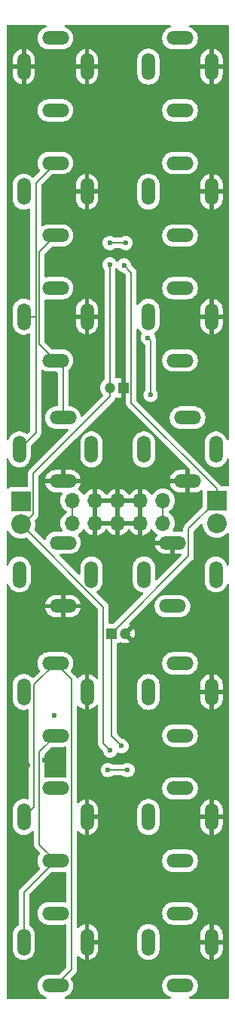
<source format=gbr>
%TF.GenerationSoftware,KiCad,Pcbnew,8.0.3-8.0.3-0~ubuntu22.04.1*%
%TF.CreationDate,2024-07-22T11:51:23+02:00*%
%TF.ProjectId,splt_mlt,73706c74-5f6d-46c7-942e-6b696361645f,rev?*%
%TF.SameCoordinates,Original*%
%TF.FileFunction,Copper,L1,Top*%
%TF.FilePolarity,Positive*%
%FSLAX46Y46*%
G04 Gerber Fmt 4.6, Leading zero omitted, Abs format (unit mm)*
G04 Created by KiCad (PCBNEW 8.0.3-8.0.3-0~ubuntu22.04.1) date 2024-07-22 11:51:23*
%MOMM*%
%LPD*%
G01*
G04 APERTURE LIST*
%TA.AperFunction,ComponentPad*%
%ADD10O,1.508000X3.016000*%
%TD*%
%TA.AperFunction,ComponentPad*%
%ADD11O,3.016000X1.508000*%
%TD*%
%TA.AperFunction,ComponentPad*%
%ADD12R,2.200000X2.200000*%
%TD*%
%TA.AperFunction,ComponentPad*%
%ADD13O,2.200000X2.200000*%
%TD*%
%TA.AperFunction,ComponentPad*%
%ADD14R,1.200000X1.200000*%
%TD*%
%TA.AperFunction,ComponentPad*%
%ADD15C,1.200000*%
%TD*%
%TA.AperFunction,ComponentPad*%
%ADD16O,1.700000X1.700000*%
%TD*%
%TA.AperFunction,ViaPad*%
%ADD17C,0.600000*%
%TD*%
%TA.AperFunction,Conductor*%
%ADD18C,0.200000*%
%TD*%
G04 APERTURE END LIST*
D10*
%TO.P,J8,R*%
%TO.N,unconnected-(J8-PadR)*%
X100190000Y-109000000D03*
D11*
%TO.P,J8,S*%
%TO.N,GND*%
X103390000Y-105450000D03*
D10*
%TO.P,J8,T*%
%TO.N,Net-(J8-PadT)*%
X108290000Y-109000000D03*
D11*
%TO.P,J8,TN*%
%TO.N,unconnected-(J8-PadTN)*%
X103390000Y-112550000D03*
%TD*%
D10*
%TO.P,J6,R*%
%TO.N,unconnected-(J6-PadR)*%
X108290000Y-95000000D03*
D11*
%TO.P,J6,S*%
%TO.N,GND*%
X105090000Y-98550000D03*
D10*
%TO.P,J6,T*%
%TO.N,Net-(J6-PadT)*%
X100190000Y-95000000D03*
D11*
%TO.P,J6,TN*%
%TO.N,unconnected-(J6-PadTN)*%
X105090000Y-91450000D03*
%TD*%
%TO.P,J4,R*%
%TO.N,unconnected-(J4-PadR)*%
X104240000Y-62950000D03*
D10*
%TO.P,J4,S*%
%TO.N,GND*%
X107790000Y-66150000D03*
D11*
%TO.P,J4,T*%
%TO.N,Net-(J4-PadT)*%
X104240000Y-71050000D03*
D10*
%TO.P,J4,TN*%
%TO.N,unconnected-(J4-PadTN)*%
X100690000Y-66150000D03*
%TD*%
D11*
%TO.P,J10,R*%
%TO.N,unconnected-(J10-PadR)*%
X104240000Y-132950000D03*
D10*
%TO.P,J10,S*%
%TO.N,GND*%
X107790000Y-136150000D03*
D11*
%TO.P,J10,T*%
%TO.N,Net-(J10-PadT)*%
X104240000Y-141050000D03*
D10*
%TO.P,J10,TN*%
%TO.N,unconnected-(J10-PadTN)*%
X100690000Y-136150000D03*
%TD*%
D11*
%TO.P,J17,R*%
%TO.N,Net-(J14-PadTN)*%
X90240000Y-118950000D03*
D10*
%TO.P,J17,S*%
%TO.N,GND*%
X93790000Y-122150000D03*
D11*
%TO.P,J17,T*%
%TO.N,Net-(J14-PadT)*%
X90240000Y-127050000D03*
D10*
%TO.P,J17,TN*%
%TO.N,unconnected-(J17-PadTN)*%
X86690000Y-122150000D03*
%TD*%
D11*
%TO.P,J5,R*%
%TO.N,unconnected-(J5-PadR)*%
X104240000Y-76950000D03*
D10*
%TO.P,J5,S*%
%TO.N,GND*%
X107790000Y-80150000D03*
D11*
%TO.P,J5,T*%
%TO.N,Net-(J5-PadT)*%
X104240000Y-85050000D03*
D10*
%TO.P,J5,TN*%
%TO.N,unconnected-(J5-PadTN)*%
X100690000Y-80150000D03*
%TD*%
D11*
%TO.P,J9,R*%
%TO.N,unconnected-(J9-PadR)*%
X104240000Y-118950000D03*
D10*
%TO.P,J9,S*%
%TO.N,GND*%
X107790000Y-122150000D03*
D11*
%TO.P,J9,T*%
%TO.N,Net-(J9-PadT)*%
X104240000Y-127050000D03*
D10*
%TO.P,J9,TN*%
%TO.N,unconnected-(J9-PadTN)*%
X100690000Y-122150000D03*
%TD*%
D11*
%TO.P,J16,R*%
%TO.N,Net-(J12-PadTN)*%
X90240000Y-62950000D03*
D10*
%TO.P,J16,S*%
%TO.N,GND*%
X93790000Y-66150000D03*
D11*
%TO.P,J16,T*%
%TO.N,Net-(J12-PadT)*%
X90240000Y-71050000D03*
D10*
%TO.P,J16,TN*%
%TO.N,unconnected-(J16-PadTN)*%
X86690000Y-66150000D03*
%TD*%
D11*
%TO.P,J1,R*%
%TO.N,unconnected-(J1-PadR)*%
X90240000Y-48950000D03*
D10*
%TO.P,J1,S*%
%TO.N,GND*%
X93790000Y-52150000D03*
D11*
%TO.P,J1,T*%
%TO.N,Net-(J1-PadT)*%
X90240000Y-57050000D03*
D10*
%TO.P,J1,TN*%
%TO.N,GND*%
X86690000Y-52150000D03*
%TD*%
D11*
%TO.P,J14,R*%
%TO.N,unconnected-(J14-PadR)*%
X90240000Y-132950000D03*
D10*
%TO.P,J14,S*%
%TO.N,GND*%
X93790000Y-136150000D03*
D11*
%TO.P,J14,T*%
%TO.N,Net-(J14-PadT)*%
X90240000Y-141050000D03*
D10*
%TO.P,J14,TN*%
%TO.N,Net-(J14-PadTN)*%
X86690000Y-136150000D03*
%TD*%
D11*
%TO.P,J3,R*%
%TO.N,unconnected-(J3-PadR)*%
X104240000Y-48950000D03*
D10*
%TO.P,J3,S*%
%TO.N,GND*%
X107790000Y-52150000D03*
D11*
%TO.P,J3,T*%
%TO.N,Net-(J3-PadT)*%
X104240000Y-57050000D03*
D10*
%TO.P,J3,TN*%
%TO.N,unconnected-(J3-PadTN)*%
X100690000Y-52150000D03*
%TD*%
D11*
%TO.P,J12,R*%
%TO.N,unconnected-(J12-PadR)*%
X90240000Y-76950000D03*
D10*
%TO.P,J12,S*%
%TO.N,GND*%
X93790000Y-80150000D03*
D11*
%TO.P,J12,T*%
%TO.N,Net-(J12-PadT)*%
X90240000Y-85050000D03*
D10*
%TO.P,J12,TN*%
%TO.N,Net-(J12-PadTN)*%
X86690000Y-80150000D03*
%TD*%
%TO.P,J7,R*%
%TO.N,unconnected-(J7-PadR)*%
X94290000Y-109000000D03*
D11*
%TO.P,J7,S*%
%TO.N,GND*%
X91090000Y-112550000D03*
D10*
%TO.P,J7,T*%
%TO.N,Net-(J7-PadT)*%
X86190000Y-109000000D03*
D11*
%TO.P,J7,TN*%
%TO.N,Net-(U1A-+)*%
X91090000Y-105450000D03*
%TD*%
%TO.P,J11,R*%
%TO.N,unconnected-(J11-PadR)*%
X104240000Y-146950000D03*
D10*
%TO.P,J11,S*%
%TO.N,GND*%
X107790000Y-150150000D03*
D11*
%TO.P,J11,T*%
%TO.N,Net-(J11-PadT)*%
X104240000Y-155050000D03*
D10*
%TO.P,J11,TN*%
%TO.N,unconnected-(J11-PadTN)*%
X100690000Y-150150000D03*
%TD*%
%TO.P,J13,R*%
%TO.N,unconnected-(J13-PadR)*%
X94290000Y-95000000D03*
D11*
%TO.P,J13,S*%
%TO.N,GND*%
X91090000Y-98550000D03*
D10*
%TO.P,J13,T*%
%TO.N,Net-(J12-PadTN)*%
X86190000Y-95000000D03*
D11*
%TO.P,J13,TN*%
%TO.N,Net-(J12-PadT)*%
X91090000Y-91450000D03*
%TD*%
%TO.P,J15,R*%
%TO.N,unconnected-(J15-PadR)*%
X90240000Y-146950000D03*
D10*
%TO.P,J15,S*%
%TO.N,GND*%
X93790000Y-150150000D03*
D11*
%TO.P,J15,T*%
%TO.N,Net-(J14-PadTN)*%
X90240000Y-155050000D03*
D10*
%TO.P,J15,TN*%
%TO.N,Net-(J14-PadT)*%
X86690000Y-150150000D03*
%TD*%
D12*
%TO.P,D1,1,K*%
%TO.N,Net-(D1-K)*%
X86368234Y-100828234D03*
D13*
%TO.P,D1,2,A*%
%TO.N,Net-(D1-A)*%
X86368234Y-103368234D03*
%TD*%
D14*
%TO.P,C14,1*%
%TO.N,Net-(D2-K)*%
X96540000Y-115600000D03*
D15*
%TO.P,C14,2*%
%TO.N,GND*%
X98040000Y-115600000D03*
%TD*%
D14*
%TO.P,C13,1*%
%TO.N,GND*%
X97862599Y-88099998D03*
D15*
%TO.P,C13,2*%
%TO.N,Net-(D1-A)*%
X96362599Y-88099998D03*
%TD*%
D16*
%TO.P,J2,1,Pin_1*%
%TO.N,Net-(D1-K)*%
X92160000Y-100730000D03*
%TO.P,J2,2,Pin_2*%
X92160000Y-103270000D03*
%TO.P,J2,3,Pin_3*%
%TO.N,GND*%
X94700000Y-100730000D03*
%TO.P,J2,4,Pin_4*%
X94700000Y-103270000D03*
%TO.P,J2,5,Pin_5*%
X97240000Y-100730000D03*
%TO.P,J2,6,Pin_6*%
X97240000Y-103270000D03*
%TO.P,J2,7,Pin_7*%
X99780000Y-100730000D03*
%TO.P,J2,8,Pin_8*%
X99780000Y-103270000D03*
%TO.P,J2,9,Pin_9*%
%TO.N,Net-(D2-A)*%
X102320000Y-100730000D03*
%TO.P,J2,10,Pin_10*%
X102320000Y-103270000D03*
%TD*%
D12*
%TO.P,D2,1,K*%
%TO.N,Net-(D2-K)*%
X108368234Y-100728234D03*
D13*
%TO.P,D2,2,A*%
%TO.N,Net-(D2-A)*%
X108368234Y-103268234D03*
%TD*%
D17*
%TO.N,Net-(D1-A)*%
X96340000Y-74300000D03*
X96390000Y-128700544D03*
%TO.N,GND*%
X105840000Y-109000000D03*
X107240000Y-125000000D03*
X108840000Y-130700000D03*
X104240000Y-88500000D03*
X97140000Y-59400000D03*
X103340000Y-52300000D03*
X97540000Y-66200000D03*
X90040000Y-144400000D03*
X97040000Y-105700000D03*
X104540000Y-101500000D03*
X105440000Y-130500000D03*
X92440000Y-88800000D03*
X97940000Y-135200000D03*
X88140000Y-107200000D03*
X87240000Y-63400000D03*
X87140000Y-130400000D03*
X105440000Y-65000000D03*
X89340000Y-52700000D03*
X101640000Y-97800000D03*
X93740000Y-153900000D03*
X97140000Y-110700000D03*
X97240000Y-139000000D03*
X98940000Y-144900000D03*
X96740000Y-52300000D03*
X105740000Y-59600000D03*
X88440000Y-59600000D03*
X90140000Y-124800000D03*
X90140000Y-101900000D03*
X93140000Y-115700000D03*
X85940000Y-126100000D03*
X107540000Y-139600000D03*
X106440000Y-94100000D03*
X104840000Y-144500000D03*
X89440000Y-93600000D03*
X89040000Y-129800000D03*
X101640000Y-153500000D03*
X101340000Y-115700000D03*
X97940000Y-123600000D03*
X96440000Y-132700000D03*
X92340000Y-96200000D03*
X90440000Y-75100000D03*
X97540000Y-83900000D03*
X94240000Y-144700000D03*
X86540000Y-74700000D03*
X97240000Y-97900000D03*
X107040000Y-83600000D03*
%TO.N,Net-(D2-K)*%
X97680536Y-128210522D03*
X97940000Y-74400000D03*
%TO.N,Net-(U1A-+)*%
X100640000Y-82500000D03*
X98140000Y-71900000D03*
X100940000Y-88900000D03*
X96340000Y-71900000D03*
%TO.N,Net-(U2A-+)*%
X96140000Y-130900000D03*
X98340000Y-130900000D03*
%TD*%
D18*
%TO.N,Net-(D1-A)*%
X86368234Y-103368234D02*
X86628234Y-103368234D01*
X86628234Y-103368234D02*
X87768234Y-102228234D01*
X87768234Y-102228234D02*
X87768234Y-97671766D01*
X87768234Y-97671766D02*
X96362599Y-89077401D01*
X96362599Y-89077401D02*
X96362599Y-88099998D01*
%TO.N,Net-(J12-PadTN)*%
X88032000Y-80100000D02*
X88032000Y-80000000D01*
X87982000Y-80150000D02*
X88032000Y-80100000D01*
X86690000Y-80150000D02*
X87982000Y-80150000D01*
%TO.N,Net-(J12-PadT)*%
X91090000Y-91450000D02*
X91090000Y-85900000D01*
X91090000Y-85900000D02*
X90240000Y-85050000D01*
%TO.N,Net-(J14-PadTN)*%
X86690000Y-136150000D02*
X87840000Y-135000000D01*
X87840000Y-135000000D02*
X87840000Y-121350000D01*
X87840000Y-121350000D02*
X90240000Y-118950000D01*
%TO.N,Net-(J14-PadT)*%
X90240000Y-141050000D02*
X86690000Y-144600000D01*
X86690000Y-144600000D02*
X86690000Y-150150000D01*
%TO.N,Net-(D1-A)*%
X95640000Y-127950544D02*
X96390000Y-128700544D01*
X96362599Y-74322599D02*
X96340000Y-74300000D01*
X86368234Y-103368234D02*
X95640000Y-112640000D01*
X95640000Y-112640000D02*
X95640000Y-127950544D01*
X96362599Y-88099998D02*
X96362599Y-74322599D01*
%TO.N,Net-(D2-K)*%
X98762599Y-89822599D02*
X98762599Y-75222599D01*
X108368234Y-100728234D02*
X108368234Y-99428234D01*
X98762599Y-75222599D02*
X97940000Y-74400000D01*
X105198000Y-106942000D02*
X96540000Y-115600000D01*
X108368234Y-99428234D02*
X98762599Y-89822599D01*
X108368234Y-100728234D02*
X105198000Y-103898468D01*
X96540000Y-115600000D02*
X96540000Y-127069986D01*
X105198000Y-103898468D02*
X105198000Y-106942000D01*
X96540000Y-127069986D02*
X97680536Y-128210522D01*
%TO.N,Net-(D1-K)*%
X92160000Y-100730000D02*
X92160000Y-103270000D01*
%TO.N,Net-(D2-A)*%
X108366468Y-103270000D02*
X108368234Y-103268234D01*
X102320000Y-100730000D02*
X102320000Y-103270000D01*
%TO.N,Net-(U1A-+)*%
X100940000Y-88900000D02*
X100940000Y-82800000D01*
X100940000Y-82800000D02*
X100640000Y-82500000D01*
X96340000Y-71900000D02*
X98140000Y-71900000D01*
%TO.N,Net-(J12-PadT)*%
X88432000Y-83242000D02*
X88432000Y-72858000D01*
X90240000Y-85050000D02*
X88432000Y-83242000D01*
X88432000Y-72858000D02*
X90240000Y-71050000D01*
%TO.N,Net-(J12-PadTN)*%
X88032000Y-65158000D02*
X88032000Y-93158000D01*
X88032000Y-93158000D02*
X86190000Y-95000000D01*
X90240000Y-62950000D02*
X88032000Y-65158000D01*
%TO.N,Net-(J14-PadT)*%
X88432000Y-139242000D02*
X88432000Y-128858000D01*
X90240000Y-141050000D02*
X88432000Y-139242000D01*
X88432000Y-128858000D02*
X90240000Y-127050000D01*
%TO.N,Net-(J14-PadTN)*%
X90240000Y-118950000D02*
X92048000Y-120758000D01*
X92048000Y-153242000D02*
X90240000Y-155050000D01*
X92048000Y-120758000D02*
X92048000Y-153242000D01*
%TO.N,Net-(U2A-+)*%
X98340000Y-130900000D02*
X96140000Y-130900000D01*
%TD*%
%TA.AperFunction,Conductor*%
%TO.N,GND*%
G36*
X84945703Y-104121138D02*
G01*
X84970227Y-104150061D01*
X85069394Y-104311888D01*
X85069395Y-104311890D01*
X85069398Y-104311893D01*
X85233010Y-104503458D01*
X85351974Y-104605063D01*
X85424577Y-104667072D01*
X85424580Y-104667073D01*
X85639374Y-104798700D01*
X85872121Y-104895106D01*
X85872123Y-104895107D01*
X86117086Y-104953917D01*
X86368234Y-104973683D01*
X86619382Y-104953917D01*
X86864345Y-104895107D01*
X86887194Y-104885642D01*
X86916157Y-104873646D01*
X86985626Y-104866177D01*
X87048105Y-104897452D01*
X87051291Y-104900526D01*
X95003181Y-112852416D01*
X95036666Y-112913739D01*
X95039500Y-112940097D01*
X95039500Y-120600723D01*
X95019815Y-120667762D01*
X94967011Y-120713517D01*
X94897853Y-120723461D01*
X94834297Y-120694436D01*
X94815182Y-120673608D01*
X94746503Y-120579080D01*
X94746499Y-120579075D01*
X94606924Y-120439500D01*
X94606919Y-120439496D01*
X94447242Y-120323485D01*
X94271371Y-120233873D01*
X94083642Y-120172876D01*
X94040000Y-120165963D01*
X94040000Y-121116988D01*
X93982993Y-121084075D01*
X93855826Y-121050000D01*
X93724174Y-121050000D01*
X93597007Y-121084075D01*
X93540000Y-121116988D01*
X93540000Y-120165963D01*
X93496357Y-120172876D01*
X93496356Y-120172876D01*
X93308628Y-120233873D01*
X93132757Y-120323485D01*
X92973080Y-120439496D01*
X92973075Y-120439500D01*
X92833496Y-120579079D01*
X92831601Y-120581689D01*
X92830625Y-120582441D01*
X92830330Y-120582787D01*
X92830257Y-120582724D01*
X92776270Y-120624353D01*
X92706657Y-120630331D01*
X92644863Y-120597723D01*
X92611509Y-120540892D01*
X92607768Y-120526929D01*
X92607768Y-120526928D01*
X92607577Y-120526216D01*
X92607577Y-120526215D01*
X92557293Y-120439121D01*
X92528520Y-120389284D01*
X92416716Y-120277480D01*
X92416715Y-120277479D01*
X92412385Y-120273149D01*
X92412374Y-120273139D01*
X92007085Y-119867850D01*
X91973600Y-119806527D01*
X91978584Y-119736835D01*
X91994448Y-119707284D01*
X91997316Y-119703336D01*
X92066944Y-119607501D01*
X92156591Y-119431561D01*
X92217610Y-119243763D01*
X92248500Y-119048736D01*
X92248500Y-118851263D01*
X92217610Y-118656236D01*
X92197270Y-118593637D01*
X92156591Y-118468439D01*
X92066944Y-118292499D01*
X92059486Y-118282234D01*
X91950884Y-118132753D01*
X91811246Y-117993115D01*
X91651504Y-117877058D01*
X91651503Y-117877057D01*
X91651501Y-117877056D01*
X91475561Y-117787409D01*
X91475558Y-117787408D01*
X91287763Y-117726389D01*
X91092736Y-117695500D01*
X91092731Y-117695500D01*
X89387269Y-117695500D01*
X89387264Y-117695500D01*
X89192236Y-117726389D01*
X89004441Y-117787408D01*
X88828495Y-117877058D01*
X88668753Y-117993115D01*
X88529115Y-118132753D01*
X88413058Y-118292495D01*
X88323408Y-118468441D01*
X88262389Y-118656236D01*
X88231500Y-118851263D01*
X88231500Y-119048736D01*
X88262389Y-119243763D01*
X88323408Y-119431558D01*
X88323409Y-119431561D01*
X88369908Y-119522820D01*
X88413055Y-119607500D01*
X88485551Y-119707283D01*
X88509030Y-119773090D01*
X88493204Y-119841144D01*
X88472913Y-119867849D01*
X87792128Y-120548635D01*
X87730805Y-120582120D01*
X87661114Y-120577136D01*
X87616766Y-120548635D01*
X87507246Y-120439115D01*
X87347504Y-120323058D01*
X87347503Y-120323057D01*
X87347501Y-120323056D01*
X87171561Y-120233409D01*
X87171558Y-120233408D01*
X86983763Y-120172389D01*
X86788736Y-120141500D01*
X86788731Y-120141500D01*
X86591269Y-120141500D01*
X86591264Y-120141500D01*
X86396236Y-120172389D01*
X86208441Y-120233408D01*
X86032495Y-120323058D01*
X85872753Y-120439115D01*
X85733115Y-120578753D01*
X85617058Y-120738495D01*
X85527408Y-120914441D01*
X85466389Y-121102236D01*
X85435500Y-121297263D01*
X85435500Y-123002736D01*
X85466389Y-123197763D01*
X85527348Y-123385373D01*
X85527409Y-123385561D01*
X85617056Y-123561501D01*
X85617058Y-123561504D01*
X85733115Y-123721246D01*
X85872753Y-123860884D01*
X86022234Y-123969486D01*
X86032499Y-123976944D01*
X86208439Y-124066591D01*
X86296677Y-124095261D01*
X86396236Y-124127610D01*
X86591264Y-124158500D01*
X86591269Y-124158500D01*
X86788736Y-124158500D01*
X86943203Y-124134034D01*
X86983763Y-124127610D01*
X87077183Y-124097255D01*
X87147022Y-124095261D01*
X87206855Y-124131341D01*
X87237684Y-124194042D01*
X87239500Y-124215187D01*
X87239500Y-134084812D01*
X87219815Y-134151851D01*
X87167011Y-134197606D01*
X87097853Y-134207550D01*
X87077182Y-134202743D01*
X86983764Y-134172390D01*
X86788736Y-134141500D01*
X86788731Y-134141500D01*
X86591269Y-134141500D01*
X86591264Y-134141500D01*
X86396236Y-134172389D01*
X86208441Y-134233408D01*
X86032495Y-134323058D01*
X85872753Y-134439115D01*
X85733115Y-134578753D01*
X85617058Y-134738495D01*
X85527408Y-134914441D01*
X85466389Y-135102236D01*
X85435500Y-135297263D01*
X85435500Y-137002736D01*
X85466389Y-137197763D01*
X85527348Y-137385373D01*
X85527409Y-137385561D01*
X85617056Y-137561501D01*
X85617058Y-137561504D01*
X85733115Y-137721246D01*
X85872753Y-137860884D01*
X86022234Y-137969486D01*
X86032499Y-137976944D01*
X86208439Y-138066591D01*
X86333637Y-138107270D01*
X86396236Y-138127610D01*
X86591264Y-138158500D01*
X86591269Y-138158500D01*
X86788736Y-138158500D01*
X86983763Y-138127610D01*
X86985262Y-138127123D01*
X87171561Y-138066591D01*
X87347501Y-137976944D01*
X87437192Y-137911779D01*
X87507246Y-137860884D01*
X87507248Y-137860881D01*
X87507252Y-137860879D01*
X87619819Y-137748312D01*
X87681142Y-137714827D01*
X87750834Y-137719811D01*
X87806767Y-137761683D01*
X87831184Y-137827147D01*
X87831500Y-137835993D01*
X87831500Y-139155330D01*
X87831499Y-139155348D01*
X87831499Y-139321054D01*
X87831498Y-139321054D01*
X87872423Y-139473785D01*
X87901358Y-139523900D01*
X87901359Y-139523904D01*
X87901360Y-139523904D01*
X87951479Y-139610714D01*
X87951481Y-139610717D01*
X88070349Y-139729585D01*
X88070355Y-139729590D01*
X88472914Y-140132149D01*
X88506399Y-140193472D01*
X88501415Y-140263164D01*
X88485552Y-140292714D01*
X88413057Y-140392496D01*
X88323408Y-140568441D01*
X88262389Y-140756236D01*
X88231500Y-140951263D01*
X88231500Y-141148736D01*
X88262389Y-141343763D01*
X88323408Y-141531558D01*
X88323409Y-141531561D01*
X88369908Y-141622820D01*
X88413055Y-141707500D01*
X88485552Y-141807284D01*
X88509031Y-141873091D01*
X88493205Y-141941144D01*
X88472914Y-141967850D01*
X86209481Y-144231282D01*
X86209479Y-144231285D01*
X86159361Y-144318094D01*
X86159359Y-144318096D01*
X86130425Y-144368209D01*
X86130424Y-144368210D01*
X86130423Y-144368215D01*
X86089499Y-144520943D01*
X86089499Y-144520945D01*
X86089499Y-144689046D01*
X86089500Y-144689059D01*
X86089500Y-148218682D01*
X86069815Y-148285721D01*
X86035675Y-148319139D01*
X86036440Y-148320192D01*
X85872753Y-148439115D01*
X85733115Y-148578753D01*
X85617058Y-148738495D01*
X85527408Y-148914441D01*
X85466389Y-149102236D01*
X85435500Y-149297263D01*
X85435500Y-151002736D01*
X85466389Y-151197763D01*
X85527348Y-151385373D01*
X85527409Y-151385561D01*
X85617056Y-151561501D01*
X85617058Y-151561504D01*
X85733115Y-151721246D01*
X85872753Y-151860884D01*
X86022234Y-151969486D01*
X86032499Y-151976944D01*
X86208439Y-152066591D01*
X86333637Y-152107270D01*
X86396236Y-152127610D01*
X86591264Y-152158500D01*
X86591269Y-152158500D01*
X86788736Y-152158500D01*
X86983763Y-152127610D01*
X86985262Y-152127123D01*
X87171561Y-152066591D01*
X87347501Y-151976944D01*
X87437192Y-151911779D01*
X87507246Y-151860884D01*
X87507248Y-151860881D01*
X87507252Y-151860879D01*
X87646879Y-151721252D01*
X87646881Y-151721248D01*
X87646884Y-151721246D01*
X87697779Y-151651192D01*
X87762944Y-151561501D01*
X87852591Y-151385561D01*
X87913610Y-151197763D01*
X87935904Y-151057007D01*
X87944500Y-151002736D01*
X87944500Y-149297263D01*
X87913610Y-149102236D01*
X87893270Y-149039637D01*
X87852591Y-148914439D01*
X87762944Y-148738499D01*
X87755486Y-148728234D01*
X87646884Y-148578753D01*
X87507246Y-148439115D01*
X87343560Y-148320192D01*
X87344599Y-148318761D01*
X87302833Y-148272593D01*
X87290500Y-148218682D01*
X87290500Y-144900097D01*
X87310185Y-144833058D01*
X87326819Y-144812416D01*
X89798416Y-142340819D01*
X89859739Y-142307334D01*
X89886097Y-142304500D01*
X91092736Y-142304500D01*
X91201082Y-142287338D01*
X91287763Y-142273610D01*
X91287774Y-142273606D01*
X91292498Y-142272473D01*
X91292919Y-142274229D01*
X91355009Y-142272449D01*
X91414846Y-142308523D01*
X91445681Y-142371220D01*
X91447500Y-142392379D01*
X91447500Y-145607620D01*
X91427815Y-145674659D01*
X91375011Y-145720414D01*
X91305853Y-145730358D01*
X91292568Y-145727268D01*
X91292506Y-145727528D01*
X91287766Y-145726390D01*
X91092736Y-145695500D01*
X91092731Y-145695500D01*
X89387269Y-145695500D01*
X89387264Y-145695500D01*
X89192236Y-145726389D01*
X89004441Y-145787408D01*
X88828495Y-145877058D01*
X88668753Y-145993115D01*
X88529115Y-146132753D01*
X88413058Y-146292495D01*
X88323408Y-146468441D01*
X88262389Y-146656236D01*
X88231500Y-146851263D01*
X88231500Y-147048736D01*
X88262389Y-147243763D01*
X88323408Y-147431558D01*
X88323409Y-147431561D01*
X88413056Y-147607501D01*
X88413058Y-147607504D01*
X88529115Y-147767246D01*
X88668753Y-147906884D01*
X88818234Y-148015486D01*
X88828499Y-148022944D01*
X89004439Y-148112591D01*
X89129637Y-148153270D01*
X89192236Y-148173610D01*
X89387264Y-148204500D01*
X89387269Y-148204500D01*
X91092736Y-148204500D01*
X91201082Y-148187338D01*
X91287763Y-148173610D01*
X91287774Y-148173606D01*
X91292498Y-148172473D01*
X91292919Y-148174229D01*
X91355009Y-148172449D01*
X91414846Y-148208523D01*
X91445681Y-148271220D01*
X91447500Y-148292379D01*
X91447500Y-152941903D01*
X91427815Y-153008942D01*
X91411181Y-153029584D01*
X90681584Y-153759181D01*
X90620261Y-153792666D01*
X90593903Y-153795500D01*
X89387264Y-153795500D01*
X89192236Y-153826389D01*
X89004441Y-153887408D01*
X88828495Y-153977058D01*
X88668753Y-154093115D01*
X88529115Y-154232753D01*
X88413058Y-154392495D01*
X88323408Y-154568441D01*
X88262389Y-154756236D01*
X88231500Y-154951263D01*
X88231500Y-155148736D01*
X88262389Y-155343763D01*
X88323408Y-155531558D01*
X88323409Y-155531561D01*
X88413056Y-155707501D01*
X88413058Y-155707504D01*
X88529115Y-155867246D01*
X88668753Y-156006884D01*
X88818234Y-156115486D01*
X88828499Y-156122944D01*
X89004439Y-156212591D01*
X89108495Y-156246400D01*
X89142867Y-156257569D01*
X89200543Y-156297007D01*
X89227741Y-156361365D01*
X89215826Y-156430212D01*
X89168582Y-156481687D01*
X89104549Y-156499500D01*
X84864500Y-156499500D01*
X84797461Y-156479815D01*
X84751706Y-156427011D01*
X84740500Y-156375500D01*
X84740500Y-112300000D01*
X89105964Y-112300000D01*
X90056988Y-112300000D01*
X90024075Y-112357007D01*
X89990000Y-112484174D01*
X89990000Y-112615826D01*
X90024075Y-112742993D01*
X90056988Y-112800000D01*
X89105964Y-112800000D01*
X89112876Y-112843642D01*
X89112876Y-112843643D01*
X89173873Y-113031371D01*
X89263485Y-113207242D01*
X89379496Y-113366919D01*
X89379500Y-113366924D01*
X89519075Y-113506499D01*
X89519080Y-113506503D01*
X89678757Y-113622514D01*
X89854626Y-113712126D01*
X90042353Y-113773123D01*
X90237303Y-113804000D01*
X90840000Y-113804000D01*
X90840000Y-113050000D01*
X91340000Y-113050000D01*
X91340000Y-113804000D01*
X91942697Y-113804000D01*
X92137646Y-113773123D01*
X92325373Y-113712126D01*
X92501242Y-113622514D01*
X92660919Y-113506503D01*
X92660924Y-113506499D01*
X92800499Y-113366924D01*
X92800503Y-113366919D01*
X92916514Y-113207242D01*
X93006126Y-113031371D01*
X93067123Y-112843643D01*
X93067123Y-112843642D01*
X93074036Y-112800000D01*
X92123012Y-112800000D01*
X92155925Y-112742993D01*
X92190000Y-112615826D01*
X92190000Y-112484174D01*
X92155925Y-112357007D01*
X92123012Y-112300000D01*
X93074036Y-112300000D01*
X93067123Y-112256357D01*
X93067123Y-112256356D01*
X93006126Y-112068628D01*
X92916514Y-111892757D01*
X92800503Y-111733080D01*
X92800499Y-111733075D01*
X92660924Y-111593500D01*
X92660919Y-111593496D01*
X92501242Y-111477485D01*
X92325373Y-111387873D01*
X92137646Y-111326876D01*
X91942697Y-111296000D01*
X91340000Y-111296000D01*
X91340000Y-112050000D01*
X90840000Y-112050000D01*
X90840000Y-111296000D01*
X90237303Y-111296000D01*
X90042353Y-111326876D01*
X89854626Y-111387873D01*
X89678757Y-111477485D01*
X89519080Y-111593496D01*
X89519075Y-111593500D01*
X89379500Y-111733075D01*
X89379496Y-111733080D01*
X89263485Y-111892757D01*
X89173873Y-112068628D01*
X89112876Y-112256356D01*
X89112876Y-112256357D01*
X89105964Y-112300000D01*
X84740500Y-112300000D01*
X84740500Y-110135450D01*
X84760185Y-110068411D01*
X84812989Y-110022656D01*
X84882147Y-110012712D01*
X84945703Y-110041737D01*
X84982430Y-110097131D01*
X85027409Y-110235561D01*
X85117056Y-110411501D01*
X85117058Y-110411504D01*
X85233115Y-110571246D01*
X85372753Y-110710884D01*
X85522234Y-110819486D01*
X85532499Y-110826944D01*
X85708439Y-110916591D01*
X85833637Y-110957270D01*
X85896236Y-110977610D01*
X86091264Y-111008500D01*
X86091269Y-111008500D01*
X86288736Y-111008500D01*
X86483763Y-110977610D01*
X86483766Y-110977609D01*
X86671561Y-110916591D01*
X86847501Y-110826944D01*
X86937192Y-110761779D01*
X87007246Y-110710884D01*
X87007248Y-110710881D01*
X87007252Y-110710879D01*
X87146879Y-110571252D01*
X87146881Y-110571248D01*
X87146884Y-110571246D01*
X87197779Y-110501192D01*
X87262944Y-110411501D01*
X87352591Y-110235561D01*
X87413610Y-110047763D01*
X87419162Y-110012712D01*
X87444500Y-109852736D01*
X87444500Y-108147263D01*
X87413610Y-107952236D01*
X87393270Y-107889637D01*
X87352591Y-107764439D01*
X87262944Y-107588499D01*
X87255486Y-107578234D01*
X87146884Y-107428753D01*
X87007246Y-107289115D01*
X86847504Y-107173058D01*
X86847503Y-107173057D01*
X86847501Y-107173056D01*
X86671561Y-107083409D01*
X86671558Y-107083408D01*
X86483763Y-107022389D01*
X86288736Y-106991500D01*
X86288731Y-106991500D01*
X86091269Y-106991500D01*
X86091264Y-106991500D01*
X85896236Y-107022389D01*
X85708441Y-107083408D01*
X85532495Y-107173058D01*
X85372753Y-107289115D01*
X85233115Y-107428753D01*
X85117058Y-107588495D01*
X85027408Y-107764441D01*
X84982431Y-107902867D01*
X84942993Y-107960543D01*
X84878635Y-107987741D01*
X84809788Y-107975826D01*
X84758313Y-107928582D01*
X84740500Y-107864549D01*
X84740500Y-104214851D01*
X84760185Y-104147812D01*
X84812989Y-104102057D01*
X84882147Y-104092113D01*
X84945703Y-104121138D01*
G37*
%TD.AperFunction*%
%TA.AperFunction,Conductor*%
G36*
X106697379Y-103350835D02*
G01*
X106753313Y-103392707D01*
X106777663Y-103457286D01*
X106782551Y-103519382D01*
X106785040Y-103529750D01*
X106841360Y-103764344D01*
X106937767Y-103997093D01*
X107069394Y-104211887D01*
X107069395Y-104211890D01*
X107083168Y-104228016D01*
X107233010Y-104403458D01*
X107381300Y-104530109D01*
X107424577Y-104567072D01*
X107424580Y-104567073D01*
X107639374Y-104698700D01*
X107865817Y-104792495D01*
X107872123Y-104795107D01*
X108117086Y-104853917D01*
X108368234Y-104873683D01*
X108619382Y-104853917D01*
X108864345Y-104795107D01*
X109097093Y-104698700D01*
X109311893Y-104567070D01*
X109503458Y-104403458D01*
X109521211Y-104382671D01*
X109579715Y-104344480D01*
X109649583Y-104343980D01*
X109708630Y-104381333D01*
X109738109Y-104444680D01*
X109739500Y-104463204D01*
X109739500Y-107864549D01*
X109719815Y-107931588D01*
X109667011Y-107977343D01*
X109597853Y-107987287D01*
X109534297Y-107958262D01*
X109497569Y-107902867D01*
X109485119Y-107864549D01*
X109452591Y-107764439D01*
X109362944Y-107588499D01*
X109355486Y-107578234D01*
X109246884Y-107428753D01*
X109107246Y-107289115D01*
X108947504Y-107173058D01*
X108947503Y-107173057D01*
X108947501Y-107173056D01*
X108771561Y-107083409D01*
X108771558Y-107083408D01*
X108583763Y-107022389D01*
X108388736Y-106991500D01*
X108388731Y-106991500D01*
X108191269Y-106991500D01*
X108191264Y-106991500D01*
X107996236Y-107022389D01*
X107808441Y-107083408D01*
X107632495Y-107173058D01*
X107472753Y-107289115D01*
X107333115Y-107428753D01*
X107217058Y-107588495D01*
X107127408Y-107764441D01*
X107066389Y-107952236D01*
X107035500Y-108147263D01*
X107035500Y-109852736D01*
X107066389Y-110047763D01*
X107094881Y-110135450D01*
X107127409Y-110235561D01*
X107217056Y-110411501D01*
X107217058Y-110411504D01*
X107333115Y-110571246D01*
X107472753Y-110710884D01*
X107622234Y-110819486D01*
X107632499Y-110826944D01*
X107808439Y-110916591D01*
X107933637Y-110957270D01*
X107996236Y-110977610D01*
X108191264Y-111008500D01*
X108191269Y-111008500D01*
X108388736Y-111008500D01*
X108583763Y-110977610D01*
X108583766Y-110977609D01*
X108771561Y-110916591D01*
X108947501Y-110826944D01*
X109037192Y-110761779D01*
X109107246Y-110710884D01*
X109107248Y-110710881D01*
X109107252Y-110710879D01*
X109246879Y-110571252D01*
X109246881Y-110571248D01*
X109246884Y-110571246D01*
X109297779Y-110501192D01*
X109362944Y-110411501D01*
X109452591Y-110235561D01*
X109497569Y-110097131D01*
X109537006Y-110039456D01*
X109601365Y-110012258D01*
X109670211Y-110024173D01*
X109721687Y-110071417D01*
X109739500Y-110135450D01*
X109739500Y-156375500D01*
X109719815Y-156442539D01*
X109667011Y-156488294D01*
X109615500Y-156499500D01*
X105375451Y-156499500D01*
X105308412Y-156479815D01*
X105262657Y-156427011D01*
X105252713Y-156357853D01*
X105281738Y-156294297D01*
X105337133Y-156257569D01*
X105362114Y-156249451D01*
X105475561Y-156212591D01*
X105651501Y-156122944D01*
X105741192Y-156057779D01*
X105811246Y-156006884D01*
X105811248Y-156006881D01*
X105811252Y-156006879D01*
X105950879Y-155867252D01*
X105950881Y-155867248D01*
X105950884Y-155867246D01*
X106001779Y-155797192D01*
X106066944Y-155707501D01*
X106156591Y-155531561D01*
X106217610Y-155343763D01*
X106248500Y-155148736D01*
X106248500Y-154951263D01*
X106217610Y-154756236D01*
X106197270Y-154693637D01*
X106156591Y-154568439D01*
X106066944Y-154392499D01*
X106059486Y-154382234D01*
X105950884Y-154232753D01*
X105811246Y-154093115D01*
X105651504Y-153977058D01*
X105651503Y-153977057D01*
X105651501Y-153977056D01*
X105475561Y-153887409D01*
X105475558Y-153887408D01*
X105287763Y-153826389D01*
X105092736Y-153795500D01*
X105092731Y-153795500D01*
X103387269Y-153795500D01*
X103387264Y-153795500D01*
X103192236Y-153826389D01*
X103004441Y-153887408D01*
X102828495Y-153977058D01*
X102668753Y-154093115D01*
X102529115Y-154232753D01*
X102413058Y-154392495D01*
X102323408Y-154568441D01*
X102262389Y-154756236D01*
X102231500Y-154951263D01*
X102231500Y-155148736D01*
X102262389Y-155343763D01*
X102323408Y-155531558D01*
X102323409Y-155531561D01*
X102413056Y-155707501D01*
X102413058Y-155707504D01*
X102529115Y-155867246D01*
X102668753Y-156006884D01*
X102818234Y-156115486D01*
X102828499Y-156122944D01*
X103004439Y-156212591D01*
X103108495Y-156246400D01*
X103142867Y-156257569D01*
X103200543Y-156297007D01*
X103227741Y-156361365D01*
X103215826Y-156430212D01*
X103168582Y-156481687D01*
X103104549Y-156499500D01*
X91375451Y-156499500D01*
X91308412Y-156479815D01*
X91262657Y-156427011D01*
X91252713Y-156357853D01*
X91281738Y-156294297D01*
X91337133Y-156257569D01*
X91362114Y-156249451D01*
X91475561Y-156212591D01*
X91651501Y-156122944D01*
X91741192Y-156057779D01*
X91811246Y-156006884D01*
X91811248Y-156006881D01*
X91811252Y-156006879D01*
X91950879Y-155867252D01*
X91950881Y-155867248D01*
X91950884Y-155867246D01*
X92001779Y-155797192D01*
X92066944Y-155707501D01*
X92156591Y-155531561D01*
X92217610Y-155343763D01*
X92248500Y-155148736D01*
X92248500Y-154951263D01*
X92217610Y-154756236D01*
X92197270Y-154693637D01*
X92156591Y-154568439D01*
X92066944Y-154392499D01*
X92058975Y-154381531D01*
X91994448Y-154292715D01*
X91970968Y-154226909D01*
X91986794Y-154158855D01*
X92007082Y-154132152D01*
X92416713Y-153722521D01*
X92416716Y-153722520D01*
X92528520Y-153610716D01*
X92578639Y-153523904D01*
X92607577Y-153473785D01*
X92648500Y-153321057D01*
X92648500Y-153162943D01*
X92648500Y-151835286D01*
X92668185Y-151768247D01*
X92720989Y-151722492D01*
X92790147Y-151712548D01*
X92853703Y-151741573D01*
X92860181Y-151747605D01*
X92973075Y-151860499D01*
X92973080Y-151860503D01*
X93132757Y-151976514D01*
X93308626Y-152066126D01*
X93496355Y-152127123D01*
X93539999Y-152134034D01*
X93540000Y-152134034D01*
X93540000Y-151183012D01*
X93597007Y-151215925D01*
X93724174Y-151250000D01*
X93855826Y-151250000D01*
X93982993Y-151215925D01*
X94040000Y-151183012D01*
X94040000Y-152134034D01*
X94083644Y-152127123D01*
X94271373Y-152066126D01*
X94447242Y-151976514D01*
X94606919Y-151860503D01*
X94606924Y-151860499D01*
X94746499Y-151720924D01*
X94746503Y-151720919D01*
X94862514Y-151561242D01*
X94952126Y-151385373D01*
X95013123Y-151197646D01*
X95044000Y-151002697D01*
X95044000Y-150400000D01*
X94290000Y-150400000D01*
X94290000Y-149900000D01*
X95044000Y-149900000D01*
X95044000Y-149297302D01*
X95043994Y-149297263D01*
X99435500Y-149297263D01*
X99435500Y-151002736D01*
X99466389Y-151197763D01*
X99527348Y-151385373D01*
X99527409Y-151385561D01*
X99617056Y-151561501D01*
X99617058Y-151561504D01*
X99733115Y-151721246D01*
X99872753Y-151860884D01*
X100022234Y-151969486D01*
X100032499Y-151976944D01*
X100208439Y-152066591D01*
X100333637Y-152107270D01*
X100396236Y-152127610D01*
X100591264Y-152158500D01*
X100591269Y-152158500D01*
X100788736Y-152158500D01*
X100983763Y-152127610D01*
X100985262Y-152127123D01*
X101171561Y-152066591D01*
X101347501Y-151976944D01*
X101437192Y-151911779D01*
X101507246Y-151860884D01*
X101507248Y-151860881D01*
X101507252Y-151860879D01*
X101646879Y-151721252D01*
X101646881Y-151721248D01*
X101646884Y-151721246D01*
X101697779Y-151651192D01*
X101762944Y-151561501D01*
X101852591Y-151385561D01*
X101913610Y-151197763D01*
X101935904Y-151057007D01*
X101944500Y-151002736D01*
X101944500Y-149297302D01*
X106536000Y-149297302D01*
X106536000Y-149900000D01*
X107290000Y-149900000D01*
X107290000Y-150400000D01*
X106536000Y-150400000D01*
X106536000Y-151002697D01*
X106566876Y-151197646D01*
X106627873Y-151385373D01*
X106717485Y-151561242D01*
X106833496Y-151720919D01*
X106833500Y-151720924D01*
X106973075Y-151860499D01*
X106973080Y-151860503D01*
X107132757Y-151976514D01*
X107308626Y-152066126D01*
X107496355Y-152127123D01*
X107539999Y-152134034D01*
X107540000Y-152134034D01*
X107540000Y-151183012D01*
X107597007Y-151215925D01*
X107724174Y-151250000D01*
X107855826Y-151250000D01*
X107982993Y-151215925D01*
X108040000Y-151183012D01*
X108040000Y-152134034D01*
X108083644Y-152127123D01*
X108271373Y-152066126D01*
X108447242Y-151976514D01*
X108606919Y-151860503D01*
X108606924Y-151860499D01*
X108746499Y-151720924D01*
X108746503Y-151720919D01*
X108862514Y-151561242D01*
X108952126Y-151385373D01*
X109013123Y-151197646D01*
X109044000Y-151002697D01*
X109044000Y-150400000D01*
X108290000Y-150400000D01*
X108290000Y-149900000D01*
X109044000Y-149900000D01*
X109044000Y-149297302D01*
X109013123Y-149102353D01*
X108952126Y-148914626D01*
X108862514Y-148738757D01*
X108746503Y-148579080D01*
X108746499Y-148579075D01*
X108606924Y-148439500D01*
X108606919Y-148439496D01*
X108447242Y-148323485D01*
X108271371Y-148233873D01*
X108083642Y-148172876D01*
X108040000Y-148165963D01*
X108040000Y-149116988D01*
X107982993Y-149084075D01*
X107855826Y-149050000D01*
X107724174Y-149050000D01*
X107597007Y-149084075D01*
X107540000Y-149116988D01*
X107540000Y-148165963D01*
X107496357Y-148172876D01*
X107496356Y-148172876D01*
X107308628Y-148233873D01*
X107132757Y-148323485D01*
X106973080Y-148439496D01*
X106973075Y-148439500D01*
X106833500Y-148579075D01*
X106833496Y-148579080D01*
X106717485Y-148738757D01*
X106627873Y-148914626D01*
X106566876Y-149102353D01*
X106536000Y-149297302D01*
X101944500Y-149297302D01*
X101944500Y-149297263D01*
X101913610Y-149102236D01*
X101893270Y-149039637D01*
X101852591Y-148914439D01*
X101762944Y-148738499D01*
X101755486Y-148728234D01*
X101646884Y-148578753D01*
X101507246Y-148439115D01*
X101347504Y-148323058D01*
X101347503Y-148323057D01*
X101347501Y-148323056D01*
X101171561Y-148233409D01*
X101171558Y-148233408D01*
X100983763Y-148172389D01*
X100788736Y-148141500D01*
X100788731Y-148141500D01*
X100591269Y-148141500D01*
X100591264Y-148141500D01*
X100396236Y-148172389D01*
X100208441Y-148233408D01*
X100032495Y-148323058D01*
X99872753Y-148439115D01*
X99733115Y-148578753D01*
X99617058Y-148738495D01*
X99527408Y-148914441D01*
X99466389Y-149102236D01*
X99435500Y-149297263D01*
X95043994Y-149297263D01*
X95013123Y-149102353D01*
X94952126Y-148914626D01*
X94862514Y-148738757D01*
X94746503Y-148579080D01*
X94746499Y-148579075D01*
X94606924Y-148439500D01*
X94606919Y-148439496D01*
X94447242Y-148323485D01*
X94271371Y-148233873D01*
X94083642Y-148172876D01*
X94040000Y-148165963D01*
X94040000Y-149116988D01*
X93982993Y-149084075D01*
X93855826Y-149050000D01*
X93724174Y-149050000D01*
X93597007Y-149084075D01*
X93540000Y-149116988D01*
X93540000Y-148165963D01*
X93496357Y-148172876D01*
X93496356Y-148172876D01*
X93308628Y-148233873D01*
X93132757Y-148323485D01*
X92973080Y-148439496D01*
X92973075Y-148439500D01*
X92860181Y-148552395D01*
X92798858Y-148585880D01*
X92729166Y-148580896D01*
X92673233Y-148539024D01*
X92648816Y-148473560D01*
X92648500Y-148464714D01*
X92648500Y-146851263D01*
X102231500Y-146851263D01*
X102231500Y-147048736D01*
X102262389Y-147243763D01*
X102323408Y-147431558D01*
X102323409Y-147431561D01*
X102413056Y-147607501D01*
X102413058Y-147607504D01*
X102529115Y-147767246D01*
X102668753Y-147906884D01*
X102818234Y-148015486D01*
X102828499Y-148022944D01*
X103004439Y-148112591D01*
X103129637Y-148153270D01*
X103192236Y-148173610D01*
X103387264Y-148204500D01*
X103387269Y-148204500D01*
X105092736Y-148204500D01*
X105287763Y-148173610D01*
X105311298Y-148165963D01*
X105475561Y-148112591D01*
X105651501Y-148022944D01*
X105741192Y-147957779D01*
X105811246Y-147906884D01*
X105811248Y-147906881D01*
X105811252Y-147906879D01*
X105950879Y-147767252D01*
X105950881Y-147767248D01*
X105950884Y-147767246D01*
X106001779Y-147697192D01*
X106066944Y-147607501D01*
X106156591Y-147431561D01*
X106217610Y-147243763D01*
X106248500Y-147048736D01*
X106248500Y-146851263D01*
X106217610Y-146656236D01*
X106197270Y-146593637D01*
X106156591Y-146468439D01*
X106066944Y-146292499D01*
X106059486Y-146282234D01*
X105950884Y-146132753D01*
X105811246Y-145993115D01*
X105651504Y-145877058D01*
X105651503Y-145877057D01*
X105651501Y-145877056D01*
X105475561Y-145787409D01*
X105447499Y-145778291D01*
X105287763Y-145726389D01*
X105092736Y-145695500D01*
X105092731Y-145695500D01*
X103387269Y-145695500D01*
X103387264Y-145695500D01*
X103192236Y-145726389D01*
X103004441Y-145787408D01*
X102828495Y-145877058D01*
X102668753Y-145993115D01*
X102529115Y-146132753D01*
X102413058Y-146292495D01*
X102323408Y-146468441D01*
X102262389Y-146656236D01*
X102231500Y-146851263D01*
X92648500Y-146851263D01*
X92648500Y-140951263D01*
X102231500Y-140951263D01*
X102231500Y-141148736D01*
X102262389Y-141343763D01*
X102323408Y-141531558D01*
X102323409Y-141531561D01*
X102413056Y-141707501D01*
X102413058Y-141707504D01*
X102529115Y-141867246D01*
X102668753Y-142006884D01*
X102818234Y-142115486D01*
X102828499Y-142122944D01*
X103004439Y-142212591D01*
X103129637Y-142253270D01*
X103192236Y-142273610D01*
X103387264Y-142304500D01*
X103387269Y-142304500D01*
X105092736Y-142304500D01*
X105287763Y-142273610D01*
X105291336Y-142272449D01*
X105475561Y-142212591D01*
X105651501Y-142122944D01*
X105741192Y-142057779D01*
X105811246Y-142006884D01*
X105811248Y-142006881D01*
X105811252Y-142006879D01*
X105950879Y-141867252D01*
X105950881Y-141867248D01*
X105950884Y-141867246D01*
X106001779Y-141797192D01*
X106066944Y-141707501D01*
X106156591Y-141531561D01*
X106217610Y-141343763D01*
X106248500Y-141148736D01*
X106248500Y-140951263D01*
X106217610Y-140756236D01*
X106197270Y-140693637D01*
X106156591Y-140568439D01*
X106066944Y-140392499D01*
X105994447Y-140292714D01*
X105950884Y-140232753D01*
X105811246Y-140093115D01*
X105651504Y-139977058D01*
X105651503Y-139977057D01*
X105651501Y-139977056D01*
X105475561Y-139887409D01*
X105447499Y-139878291D01*
X105287763Y-139826389D01*
X105092736Y-139795500D01*
X105092731Y-139795500D01*
X103387269Y-139795500D01*
X103387264Y-139795500D01*
X103192236Y-139826389D01*
X103004441Y-139887408D01*
X102828495Y-139977058D01*
X102668753Y-140093115D01*
X102529115Y-140232753D01*
X102413058Y-140392495D01*
X102323408Y-140568441D01*
X102262389Y-140756236D01*
X102231500Y-140951263D01*
X92648500Y-140951263D01*
X92648500Y-137835286D01*
X92668185Y-137768247D01*
X92720989Y-137722492D01*
X92790147Y-137712548D01*
X92853703Y-137741573D01*
X92860181Y-137747605D01*
X92973075Y-137860499D01*
X92973080Y-137860503D01*
X93132757Y-137976514D01*
X93308626Y-138066126D01*
X93496355Y-138127123D01*
X93539999Y-138134034D01*
X93540000Y-138134034D01*
X93540000Y-137183012D01*
X93597007Y-137215925D01*
X93724174Y-137250000D01*
X93855826Y-137250000D01*
X93982993Y-137215925D01*
X94040000Y-137183012D01*
X94040000Y-138134034D01*
X94083644Y-138127123D01*
X94271373Y-138066126D01*
X94447242Y-137976514D01*
X94606919Y-137860503D01*
X94606924Y-137860499D01*
X94746499Y-137720924D01*
X94746503Y-137720919D01*
X94862514Y-137561242D01*
X94952126Y-137385373D01*
X95013123Y-137197646D01*
X95044000Y-137002697D01*
X95044000Y-136400000D01*
X94290000Y-136400000D01*
X94290000Y-135900000D01*
X95044000Y-135900000D01*
X95044000Y-135297302D01*
X95043994Y-135297263D01*
X99435500Y-135297263D01*
X99435500Y-137002736D01*
X99466389Y-137197763D01*
X99527348Y-137385373D01*
X99527409Y-137385561D01*
X99617056Y-137561501D01*
X99617058Y-137561504D01*
X99733115Y-137721246D01*
X99872753Y-137860884D01*
X100022234Y-137969486D01*
X100032499Y-137976944D01*
X100208439Y-138066591D01*
X100333637Y-138107270D01*
X100396236Y-138127610D01*
X100591264Y-138158500D01*
X100591269Y-138158500D01*
X100788736Y-138158500D01*
X100983763Y-138127610D01*
X100985262Y-138127123D01*
X101171561Y-138066591D01*
X101347501Y-137976944D01*
X101437192Y-137911779D01*
X101507246Y-137860884D01*
X101507248Y-137860881D01*
X101507252Y-137860879D01*
X101646879Y-137721252D01*
X101646881Y-137721248D01*
X101646884Y-137721246D01*
X101697779Y-137651192D01*
X101762944Y-137561501D01*
X101852591Y-137385561D01*
X101913610Y-137197763D01*
X101935904Y-137057007D01*
X101944500Y-137002736D01*
X101944500Y-135297302D01*
X106536000Y-135297302D01*
X106536000Y-135900000D01*
X107290000Y-135900000D01*
X107290000Y-136400000D01*
X106536000Y-136400000D01*
X106536000Y-137002697D01*
X106566876Y-137197646D01*
X106627873Y-137385373D01*
X106717485Y-137561242D01*
X106833496Y-137720919D01*
X106833500Y-137720924D01*
X106973075Y-137860499D01*
X106973080Y-137860503D01*
X107132757Y-137976514D01*
X107308626Y-138066126D01*
X107496355Y-138127123D01*
X107539999Y-138134034D01*
X107540000Y-138134034D01*
X107540000Y-137183012D01*
X107597007Y-137215925D01*
X107724174Y-137250000D01*
X107855826Y-137250000D01*
X107982993Y-137215925D01*
X108040000Y-137183012D01*
X108040000Y-138134034D01*
X108083644Y-138127123D01*
X108271373Y-138066126D01*
X108447242Y-137976514D01*
X108606919Y-137860503D01*
X108606924Y-137860499D01*
X108746499Y-137720924D01*
X108746503Y-137720919D01*
X108862514Y-137561242D01*
X108952126Y-137385373D01*
X109013123Y-137197646D01*
X109044000Y-137002697D01*
X109044000Y-136400000D01*
X108290000Y-136400000D01*
X108290000Y-135900000D01*
X109044000Y-135900000D01*
X109044000Y-135297302D01*
X109013123Y-135102353D01*
X108952126Y-134914626D01*
X108862514Y-134738757D01*
X108746503Y-134579080D01*
X108746499Y-134579075D01*
X108606924Y-134439500D01*
X108606919Y-134439496D01*
X108447242Y-134323485D01*
X108271371Y-134233873D01*
X108083642Y-134172876D01*
X108040000Y-134165963D01*
X108040000Y-135116988D01*
X107982993Y-135084075D01*
X107855826Y-135050000D01*
X107724174Y-135050000D01*
X107597007Y-135084075D01*
X107540000Y-135116988D01*
X107540000Y-134165963D01*
X107496357Y-134172876D01*
X107496356Y-134172876D01*
X107308628Y-134233873D01*
X107132757Y-134323485D01*
X106973080Y-134439496D01*
X106973075Y-134439500D01*
X106833500Y-134579075D01*
X106833496Y-134579080D01*
X106717485Y-134738757D01*
X106627873Y-134914626D01*
X106566876Y-135102353D01*
X106536000Y-135297302D01*
X101944500Y-135297302D01*
X101944500Y-135297263D01*
X101913610Y-135102236D01*
X101893270Y-135039637D01*
X101852591Y-134914439D01*
X101762944Y-134738499D01*
X101755486Y-134728234D01*
X101646884Y-134578753D01*
X101507246Y-134439115D01*
X101347504Y-134323058D01*
X101347503Y-134323057D01*
X101347501Y-134323056D01*
X101171561Y-134233409D01*
X101171558Y-134233408D01*
X100983763Y-134172389D01*
X100788736Y-134141500D01*
X100788731Y-134141500D01*
X100591269Y-134141500D01*
X100591264Y-134141500D01*
X100396236Y-134172389D01*
X100208441Y-134233408D01*
X100032495Y-134323058D01*
X99872753Y-134439115D01*
X99733115Y-134578753D01*
X99617058Y-134738495D01*
X99527408Y-134914441D01*
X99466389Y-135102236D01*
X99435500Y-135297263D01*
X95043994Y-135297263D01*
X95013123Y-135102353D01*
X94952126Y-134914626D01*
X94862514Y-134738757D01*
X94746503Y-134579080D01*
X94746499Y-134579075D01*
X94606924Y-134439500D01*
X94606919Y-134439496D01*
X94447242Y-134323485D01*
X94271371Y-134233873D01*
X94083642Y-134172876D01*
X94040000Y-134165963D01*
X94040000Y-135116988D01*
X93982993Y-135084075D01*
X93855826Y-135050000D01*
X93724174Y-135050000D01*
X93597007Y-135084075D01*
X93540000Y-135116988D01*
X93540000Y-134165963D01*
X93496357Y-134172876D01*
X93496356Y-134172876D01*
X93308628Y-134233873D01*
X93132757Y-134323485D01*
X92973080Y-134439496D01*
X92973075Y-134439500D01*
X92860181Y-134552395D01*
X92798858Y-134585880D01*
X92729166Y-134580896D01*
X92673233Y-134539024D01*
X92648816Y-134473560D01*
X92648500Y-134464714D01*
X92648500Y-132851263D01*
X102231500Y-132851263D01*
X102231500Y-133048736D01*
X102262389Y-133243763D01*
X102323408Y-133431558D01*
X102323409Y-133431561D01*
X102413056Y-133607501D01*
X102413058Y-133607504D01*
X102529115Y-133767246D01*
X102668753Y-133906884D01*
X102818234Y-134015486D01*
X102828499Y-134022944D01*
X103004439Y-134112591D01*
X103125269Y-134151851D01*
X103192236Y-134173610D01*
X103387264Y-134204500D01*
X103387269Y-134204500D01*
X105092736Y-134204500D01*
X105287763Y-134173610D01*
X105311298Y-134165963D01*
X105475561Y-134112591D01*
X105651501Y-134022944D01*
X105741192Y-133957779D01*
X105811246Y-133906884D01*
X105811248Y-133906881D01*
X105811252Y-133906879D01*
X105950879Y-133767252D01*
X105950881Y-133767248D01*
X105950884Y-133767246D01*
X106001779Y-133697192D01*
X106066944Y-133607501D01*
X106156591Y-133431561D01*
X106217610Y-133243763D01*
X106248500Y-133048736D01*
X106248500Y-132851263D01*
X106217610Y-132656236D01*
X106197270Y-132593637D01*
X106156591Y-132468439D01*
X106066944Y-132292499D01*
X106059486Y-132282234D01*
X105950884Y-132132753D01*
X105811246Y-131993115D01*
X105651504Y-131877058D01*
X105651503Y-131877057D01*
X105651501Y-131877056D01*
X105475561Y-131787409D01*
X105447499Y-131778291D01*
X105287763Y-131726389D01*
X105092736Y-131695500D01*
X105092731Y-131695500D01*
X103387269Y-131695500D01*
X103387264Y-131695500D01*
X103192236Y-131726389D01*
X103004441Y-131787408D01*
X102828495Y-131877058D01*
X102668753Y-131993115D01*
X102529115Y-132132753D01*
X102413058Y-132292495D01*
X102323408Y-132468441D01*
X102262389Y-132656236D01*
X102231500Y-132851263D01*
X92648500Y-132851263D01*
X92648500Y-130899996D01*
X95334435Y-130899996D01*
X95334435Y-130900003D01*
X95354630Y-131079249D01*
X95354631Y-131079254D01*
X95414211Y-131249523D01*
X95510184Y-131402262D01*
X95637738Y-131529816D01*
X95790478Y-131625789D01*
X95960745Y-131685368D01*
X95960750Y-131685369D01*
X96139996Y-131705565D01*
X96140000Y-131705565D01*
X96140004Y-131705565D01*
X96319249Y-131685369D01*
X96319252Y-131685368D01*
X96319255Y-131685368D01*
X96489522Y-131625789D01*
X96642262Y-131529816D01*
X96642267Y-131529810D01*
X96645097Y-131527555D01*
X96647275Y-131526665D01*
X96648158Y-131526111D01*
X96648255Y-131526265D01*
X96709783Y-131501145D01*
X96722412Y-131500500D01*
X97757588Y-131500500D01*
X97824627Y-131520185D01*
X97834903Y-131527555D01*
X97837736Y-131529814D01*
X97837738Y-131529816D01*
X97990478Y-131625789D01*
X98160745Y-131685368D01*
X98160750Y-131685369D01*
X98339996Y-131705565D01*
X98340000Y-131705565D01*
X98340004Y-131705565D01*
X98519249Y-131685369D01*
X98519252Y-131685368D01*
X98519255Y-131685368D01*
X98689522Y-131625789D01*
X98842262Y-131529816D01*
X98969816Y-131402262D01*
X99065789Y-131249522D01*
X99125368Y-131079255D01*
X99145565Y-130900000D01*
X99125368Y-130720745D01*
X99065789Y-130550478D01*
X98969816Y-130397738D01*
X98842262Y-130270184D01*
X98689523Y-130174211D01*
X98519254Y-130114631D01*
X98519249Y-130114630D01*
X98340004Y-130094435D01*
X98339996Y-130094435D01*
X98160750Y-130114630D01*
X98160745Y-130114631D01*
X97990476Y-130174211D01*
X97837736Y-130270185D01*
X97834903Y-130272445D01*
X97832724Y-130273334D01*
X97831842Y-130273889D01*
X97831744Y-130273734D01*
X97770217Y-130298855D01*
X97757588Y-130299500D01*
X96722412Y-130299500D01*
X96655373Y-130279815D01*
X96645097Y-130272445D01*
X96642263Y-130270185D01*
X96642262Y-130270184D01*
X96585496Y-130234515D01*
X96489523Y-130174211D01*
X96319254Y-130114631D01*
X96319249Y-130114630D01*
X96140004Y-130094435D01*
X96139996Y-130094435D01*
X95960750Y-130114630D01*
X95960745Y-130114631D01*
X95790476Y-130174211D01*
X95637737Y-130270184D01*
X95510184Y-130397737D01*
X95414211Y-130550476D01*
X95354631Y-130720745D01*
X95354630Y-130720750D01*
X95334435Y-130899996D01*
X92648500Y-130899996D01*
X92648500Y-123835286D01*
X92668185Y-123768247D01*
X92720989Y-123722492D01*
X92790147Y-123712548D01*
X92853703Y-123741573D01*
X92860181Y-123747605D01*
X92973075Y-123860499D01*
X92973080Y-123860503D01*
X93132757Y-123976514D01*
X93308626Y-124066126D01*
X93496355Y-124127123D01*
X93539999Y-124134034D01*
X93540000Y-124134034D01*
X93540000Y-123183012D01*
X93597007Y-123215925D01*
X93724174Y-123250000D01*
X93855826Y-123250000D01*
X93982993Y-123215925D01*
X94040000Y-123183012D01*
X94040000Y-124134034D01*
X94083644Y-124127123D01*
X94271373Y-124066126D01*
X94447242Y-123976514D01*
X94606919Y-123860503D01*
X94606924Y-123860499D01*
X94746503Y-123720920D01*
X94815182Y-123626391D01*
X94870511Y-123583725D01*
X94940125Y-123577746D01*
X95001920Y-123610351D01*
X95036277Y-123671190D01*
X95039500Y-123699276D01*
X95039500Y-127863874D01*
X95039499Y-127863892D01*
X95039499Y-128029598D01*
X95039498Y-128029598D01*
X95080423Y-128182329D01*
X95097895Y-128212591D01*
X95097894Y-128212591D01*
X95097895Y-128212592D01*
X95159475Y-128319253D01*
X95159481Y-128319261D01*
X95278349Y-128438129D01*
X95278355Y-128438134D01*
X95559298Y-128719077D01*
X95592783Y-128780400D01*
X95594837Y-128792874D01*
X95604630Y-128879793D01*
X95664210Y-129050065D01*
X95732091Y-129158097D01*
X95760184Y-129202806D01*
X95887738Y-129330360D01*
X96040478Y-129426333D01*
X96210745Y-129485912D01*
X96210750Y-129485913D01*
X96389996Y-129506109D01*
X96390000Y-129506109D01*
X96390004Y-129506109D01*
X96569249Y-129485913D01*
X96569252Y-129485912D01*
X96569255Y-129485912D01*
X96739522Y-129426333D01*
X96892262Y-129330360D01*
X97019816Y-129202806D01*
X97115789Y-129050066D01*
X97135855Y-128992719D01*
X97176576Y-128935944D01*
X97241529Y-128910196D01*
X97310091Y-128923652D01*
X97318869Y-128928680D01*
X97331014Y-128936311D01*
X97492222Y-128992720D01*
X97501281Y-128995890D01*
X97501286Y-128995891D01*
X97680532Y-129016087D01*
X97680536Y-129016087D01*
X97680540Y-129016087D01*
X97859785Y-128995891D01*
X97859788Y-128995890D01*
X97859791Y-128995890D01*
X98030058Y-128936311D01*
X98182798Y-128840338D01*
X98310352Y-128712784D01*
X98406325Y-128560044D01*
X98465904Y-128389777D01*
X98467995Y-128371220D01*
X98486101Y-128210525D01*
X98486101Y-128210518D01*
X98465905Y-128031272D01*
X98465904Y-128031267D01*
X98416279Y-127889448D01*
X98406325Y-127861000D01*
X98310352Y-127708260D01*
X98182798Y-127580706D01*
X98030057Y-127484732D01*
X97859785Y-127425152D01*
X97772866Y-127415359D01*
X97708452Y-127388292D01*
X97699069Y-127379820D01*
X97270512Y-126951263D01*
X102231500Y-126951263D01*
X102231500Y-127148736D01*
X102262389Y-127343763D01*
X102323408Y-127531558D01*
X102323409Y-127531561D01*
X102410156Y-127701809D01*
X102413058Y-127707504D01*
X102529115Y-127867246D01*
X102668753Y-128006884D01*
X102818234Y-128115486D01*
X102828499Y-128122944D01*
X103004439Y-128212591D01*
X103129637Y-128253270D01*
X103192236Y-128273610D01*
X103387264Y-128304500D01*
X103387269Y-128304500D01*
X105092736Y-128304500D01*
X105287763Y-128273610D01*
X105291336Y-128272449D01*
X105475561Y-128212591D01*
X105651501Y-128122944D01*
X105779982Y-128029598D01*
X105811246Y-128006884D01*
X105811248Y-128006881D01*
X105811252Y-128006879D01*
X105950879Y-127867252D01*
X105950881Y-127867248D01*
X105950884Y-127867246D01*
X106001779Y-127797192D01*
X106066944Y-127707501D01*
X106156591Y-127531561D01*
X106217610Y-127343763D01*
X106248500Y-127148736D01*
X106248500Y-126951263D01*
X106217610Y-126756236D01*
X106197270Y-126693637D01*
X106156591Y-126568439D01*
X106066944Y-126392499D01*
X106039500Y-126354725D01*
X105950884Y-126232753D01*
X105811246Y-126093115D01*
X105651504Y-125977058D01*
X105651503Y-125977057D01*
X105651501Y-125977056D01*
X105475561Y-125887409D01*
X105447499Y-125878291D01*
X105287763Y-125826389D01*
X105092736Y-125795500D01*
X105092731Y-125795500D01*
X103387269Y-125795500D01*
X103387264Y-125795500D01*
X103192236Y-125826389D01*
X103004441Y-125887408D01*
X102828495Y-125977058D01*
X102668753Y-126093115D01*
X102529115Y-126232753D01*
X102413058Y-126392495D01*
X102323408Y-126568441D01*
X102262389Y-126756236D01*
X102231500Y-126951263D01*
X97270512Y-126951263D01*
X97176819Y-126857570D01*
X97143334Y-126796247D01*
X97140500Y-126769889D01*
X97140500Y-121297263D01*
X99435500Y-121297263D01*
X99435500Y-123002736D01*
X99466389Y-123197763D01*
X99527348Y-123385373D01*
X99527409Y-123385561D01*
X99617056Y-123561501D01*
X99617058Y-123561504D01*
X99733115Y-123721246D01*
X99872753Y-123860884D01*
X100022234Y-123969486D01*
X100032499Y-123976944D01*
X100208439Y-124066591D01*
X100296677Y-124095261D01*
X100396236Y-124127610D01*
X100591264Y-124158500D01*
X100591269Y-124158500D01*
X100788736Y-124158500D01*
X100983763Y-124127610D01*
X100985262Y-124127123D01*
X101171561Y-124066591D01*
X101347501Y-123976944D01*
X101437192Y-123911779D01*
X101507246Y-123860884D01*
X101507248Y-123860881D01*
X101507252Y-123860879D01*
X101646879Y-123721252D01*
X101646881Y-123721248D01*
X101646884Y-123721246D01*
X101715799Y-123626391D01*
X101762944Y-123561501D01*
X101852591Y-123385561D01*
X101913610Y-123197763D01*
X101935904Y-123057007D01*
X101944500Y-123002736D01*
X101944500Y-121297302D01*
X106536000Y-121297302D01*
X106536000Y-121900000D01*
X107290000Y-121900000D01*
X107290000Y-122400000D01*
X106536000Y-122400000D01*
X106536000Y-123002697D01*
X106566876Y-123197646D01*
X106627873Y-123385373D01*
X106717485Y-123561242D01*
X106833496Y-123720919D01*
X106833500Y-123720924D01*
X106973075Y-123860499D01*
X106973080Y-123860503D01*
X107132757Y-123976514D01*
X107308626Y-124066126D01*
X107496355Y-124127123D01*
X107539999Y-124134034D01*
X107540000Y-124134034D01*
X107540000Y-123183012D01*
X107597007Y-123215925D01*
X107724174Y-123250000D01*
X107855826Y-123250000D01*
X107982993Y-123215925D01*
X108040000Y-123183012D01*
X108040000Y-124134034D01*
X108083644Y-124127123D01*
X108271373Y-124066126D01*
X108447242Y-123976514D01*
X108606919Y-123860503D01*
X108606924Y-123860499D01*
X108746499Y-123720924D01*
X108746503Y-123720919D01*
X108862514Y-123561242D01*
X108952126Y-123385373D01*
X109013123Y-123197646D01*
X109044000Y-123002697D01*
X109044000Y-122400000D01*
X108290000Y-122400000D01*
X108290000Y-121900000D01*
X109044000Y-121900000D01*
X109044000Y-121297302D01*
X109013123Y-121102353D01*
X108952126Y-120914626D01*
X108862514Y-120738757D01*
X108746503Y-120579080D01*
X108746499Y-120579075D01*
X108606924Y-120439500D01*
X108606919Y-120439496D01*
X108447242Y-120323485D01*
X108271371Y-120233873D01*
X108083642Y-120172876D01*
X108040000Y-120165963D01*
X108040000Y-121116988D01*
X107982993Y-121084075D01*
X107855826Y-121050000D01*
X107724174Y-121050000D01*
X107597007Y-121084075D01*
X107540000Y-121116988D01*
X107540000Y-120165963D01*
X107496357Y-120172876D01*
X107496356Y-120172876D01*
X107308628Y-120233873D01*
X107132757Y-120323485D01*
X106973080Y-120439496D01*
X106973075Y-120439500D01*
X106833500Y-120579075D01*
X106833496Y-120579080D01*
X106717485Y-120738757D01*
X106627873Y-120914626D01*
X106566876Y-121102353D01*
X106536000Y-121297302D01*
X101944500Y-121297302D01*
X101944500Y-121297263D01*
X101913610Y-121102236D01*
X101890704Y-121031739D01*
X101852591Y-120914439D01*
X101762944Y-120738499D01*
X101730931Y-120694436D01*
X101646884Y-120578753D01*
X101507246Y-120439115D01*
X101347504Y-120323058D01*
X101347503Y-120323057D01*
X101347501Y-120323056D01*
X101171561Y-120233409D01*
X101171558Y-120233408D01*
X100983763Y-120172389D01*
X100788736Y-120141500D01*
X100788731Y-120141500D01*
X100591269Y-120141500D01*
X100591264Y-120141500D01*
X100396236Y-120172389D01*
X100208441Y-120233408D01*
X100032495Y-120323058D01*
X99872753Y-120439115D01*
X99733115Y-120578753D01*
X99617058Y-120738495D01*
X99527408Y-120914441D01*
X99466389Y-121102236D01*
X99435500Y-121297263D01*
X97140500Y-121297263D01*
X97140500Y-118851263D01*
X102231500Y-118851263D01*
X102231500Y-119048736D01*
X102262389Y-119243763D01*
X102323408Y-119431558D01*
X102323409Y-119431561D01*
X102413056Y-119607501D01*
X102413058Y-119607504D01*
X102529115Y-119767246D01*
X102668753Y-119906884D01*
X102818234Y-120015486D01*
X102828499Y-120022944D01*
X103004439Y-120112591D01*
X103129637Y-120153270D01*
X103192236Y-120173610D01*
X103387264Y-120204500D01*
X103387269Y-120204500D01*
X105092736Y-120204500D01*
X105287763Y-120173610D01*
X105311298Y-120165963D01*
X105475561Y-120112591D01*
X105651501Y-120022944D01*
X105741192Y-119957779D01*
X105811246Y-119906884D01*
X105811248Y-119906881D01*
X105811252Y-119906879D01*
X105950879Y-119767252D01*
X105950881Y-119767248D01*
X105950884Y-119767246D01*
X106001779Y-119697192D01*
X106066944Y-119607501D01*
X106156591Y-119431561D01*
X106217610Y-119243763D01*
X106248500Y-119048736D01*
X106248500Y-118851263D01*
X106217610Y-118656236D01*
X106197270Y-118593637D01*
X106156591Y-118468439D01*
X106066944Y-118292499D01*
X106059486Y-118282234D01*
X105950884Y-118132753D01*
X105811246Y-117993115D01*
X105651504Y-117877058D01*
X105651503Y-117877057D01*
X105651501Y-117877056D01*
X105475561Y-117787409D01*
X105475558Y-117787408D01*
X105287763Y-117726389D01*
X105092736Y-117695500D01*
X105092731Y-117695500D01*
X103387269Y-117695500D01*
X103387264Y-117695500D01*
X103192236Y-117726389D01*
X103004441Y-117787408D01*
X102828495Y-117877058D01*
X102668753Y-117993115D01*
X102529115Y-118132753D01*
X102413058Y-118292495D01*
X102323408Y-118468441D01*
X102262389Y-118656236D01*
X102231500Y-118851263D01*
X97140500Y-118851263D01*
X97140500Y-116816976D01*
X97160185Y-116749937D01*
X97212989Y-116704182D01*
X97240135Y-116696736D01*
X97239932Y-116695876D01*
X97247479Y-116694092D01*
X97247481Y-116694091D01*
X97247483Y-116694091D01*
X97336403Y-116660926D01*
X97382329Y-116643797D01*
X97382329Y-116643796D01*
X97382331Y-116643796D01*
X97431993Y-116606618D01*
X97497454Y-116582201D01*
X97551097Y-116590258D01*
X97737678Y-116662539D01*
X97938072Y-116700000D01*
X98141928Y-116700000D01*
X98342322Y-116662539D01*
X98532412Y-116588899D01*
X98532416Y-116588897D01*
X98620686Y-116534241D01*
X98620686Y-116534240D01*
X97981300Y-115894854D01*
X98000504Y-115900000D01*
X98079496Y-115900000D01*
X98155796Y-115879556D01*
X98224205Y-115840060D01*
X98280060Y-115784205D01*
X98319556Y-115715796D01*
X98340000Y-115639496D01*
X98340000Y-115600000D01*
X98393553Y-115600000D01*
X98977465Y-116183912D01*
X98979247Y-116181553D01*
X98979248Y-116181551D01*
X99070113Y-115999069D01*
X99070116Y-115999063D01*
X99125902Y-115802992D01*
X99125903Y-115802989D01*
X99144713Y-115600000D01*
X99144713Y-115599999D01*
X99125903Y-115397010D01*
X99125902Y-115397007D01*
X99070116Y-115200936D01*
X99070113Y-115200930D01*
X98979249Y-115018449D01*
X98979247Y-115018447D01*
X98977465Y-115016087D01*
X98393553Y-115600000D01*
X98340000Y-115600000D01*
X98340000Y-115560504D01*
X98319556Y-115484204D01*
X98280060Y-115415795D01*
X98224205Y-115359940D01*
X98155796Y-115320444D01*
X98079496Y-115300000D01*
X98000504Y-115300000D01*
X97981301Y-115305145D01*
X98040000Y-115246447D01*
X98620687Y-114665758D01*
X98570228Y-114634515D01*
X98523593Y-114582487D01*
X98512489Y-114513505D01*
X98540442Y-114449471D01*
X98547803Y-114441430D01*
X100537970Y-112451263D01*
X101381500Y-112451263D01*
X101381500Y-112648736D01*
X101412389Y-112843763D01*
X101473347Y-113031371D01*
X101473409Y-113031561D01*
X101563056Y-113207501D01*
X101563058Y-113207504D01*
X101679115Y-113367246D01*
X101818753Y-113506884D01*
X101968234Y-113615486D01*
X101978499Y-113622944D01*
X102154439Y-113712591D01*
X102279637Y-113753270D01*
X102342236Y-113773610D01*
X102537264Y-113804500D01*
X102537269Y-113804500D01*
X104242736Y-113804500D01*
X104437763Y-113773610D01*
X104439262Y-113773123D01*
X104625561Y-113712591D01*
X104801501Y-113622944D01*
X104891192Y-113557779D01*
X104961246Y-113506884D01*
X104961248Y-113506881D01*
X104961252Y-113506879D01*
X105100879Y-113367252D01*
X105100881Y-113367248D01*
X105100884Y-113367246D01*
X105151779Y-113297192D01*
X105216944Y-113207501D01*
X105306591Y-113031561D01*
X105367610Y-112843763D01*
X105367629Y-112843642D01*
X105398500Y-112648736D01*
X105398500Y-112451263D01*
X105367610Y-112256236D01*
X105336171Y-112159478D01*
X105306591Y-112068439D01*
X105216944Y-111892499D01*
X105209486Y-111882234D01*
X105100884Y-111732753D01*
X104961246Y-111593115D01*
X104801504Y-111477058D01*
X104801503Y-111477057D01*
X104801501Y-111477056D01*
X104625561Y-111387409D01*
X104625558Y-111387408D01*
X104437763Y-111326389D01*
X104242736Y-111295500D01*
X104242731Y-111295500D01*
X102537269Y-111295500D01*
X102537264Y-111295500D01*
X102342236Y-111326389D01*
X102154441Y-111387408D01*
X101978495Y-111477058D01*
X101818753Y-111593115D01*
X101679115Y-111732753D01*
X101563058Y-111892495D01*
X101473408Y-112068441D01*
X101412389Y-112256236D01*
X101381500Y-112451263D01*
X100537970Y-112451263D01*
X105566713Y-107422521D01*
X105566716Y-107422520D01*
X105678520Y-107310716D01*
X105728639Y-107223904D01*
X105757577Y-107173785D01*
X105798501Y-107021057D01*
X105798501Y-106862943D01*
X105798501Y-106855348D01*
X105798500Y-106855330D01*
X105798500Y-104198564D01*
X105818185Y-104131525D01*
X105834815Y-104110887D01*
X106566367Y-103379334D01*
X106627688Y-103345851D01*
X106697379Y-103350835D01*
G37*
%TD.AperFunction*%
%TA.AperFunction,Conductor*%
G36*
X91414846Y-128308523D02*
G01*
X91445681Y-128371220D01*
X91447500Y-128392379D01*
X91447500Y-131607620D01*
X91427815Y-131674659D01*
X91375011Y-131720414D01*
X91305853Y-131730358D01*
X91292568Y-131727268D01*
X91292506Y-131727528D01*
X91287766Y-131726390D01*
X91092736Y-131695500D01*
X91092731Y-131695500D01*
X89387269Y-131695500D01*
X89387264Y-131695500D01*
X89192233Y-131726390D01*
X89187494Y-131727528D01*
X89187072Y-131725772D01*
X89124974Y-131727545D01*
X89065142Y-131691463D01*
X89034316Y-131628762D01*
X89032500Y-131607620D01*
X89032500Y-129158097D01*
X89052185Y-129091058D01*
X89068819Y-129070416D01*
X89798416Y-128340819D01*
X89859739Y-128307334D01*
X89886097Y-128304500D01*
X91092736Y-128304500D01*
X91201082Y-128287338D01*
X91287763Y-128273610D01*
X91287774Y-128273606D01*
X91292498Y-128272473D01*
X91292919Y-128274229D01*
X91355009Y-128272449D01*
X91414846Y-128308523D01*
G37*
%TD.AperFunction*%
%TA.AperFunction,Conductor*%
G36*
X100030000Y-104600633D02*
G01*
X100243483Y-104543433D01*
X100243492Y-104543429D01*
X100457578Y-104443600D01*
X100651082Y-104308105D01*
X100818105Y-104141082D01*
X100948119Y-103955405D01*
X101002696Y-103911781D01*
X101072195Y-103904588D01*
X101134549Y-103936110D01*
X101151269Y-103955405D01*
X101281505Y-104141401D01*
X101448599Y-104308495D01*
X101554536Y-104382673D01*
X101642170Y-104444035D01*
X101646183Y-104446352D01*
X101694401Y-104496917D01*
X101707626Y-104565524D01*
X101682208Y-104629018D01*
X101682365Y-104629132D01*
X101681915Y-104629750D01*
X101681660Y-104630389D01*
X101679826Y-104632625D01*
X101563485Y-104792757D01*
X101473873Y-104968628D01*
X101412876Y-105156356D01*
X101412876Y-105156357D01*
X101405964Y-105200000D01*
X102356988Y-105200000D01*
X102324075Y-105257007D01*
X102290000Y-105384174D01*
X102290000Y-105515826D01*
X102324075Y-105642993D01*
X102356988Y-105700000D01*
X101405964Y-105700000D01*
X101412876Y-105743642D01*
X101412876Y-105743643D01*
X101473873Y-105931371D01*
X101563485Y-106107242D01*
X101679496Y-106266919D01*
X101679500Y-106266924D01*
X101819075Y-106406499D01*
X101819080Y-106406503D01*
X101978757Y-106522514D01*
X102154626Y-106612126D01*
X102342353Y-106673123D01*
X102537303Y-106704000D01*
X103140000Y-106704000D01*
X103140000Y-105950000D01*
X103640000Y-105950000D01*
X103640000Y-106704000D01*
X104242694Y-106704000D01*
X104274579Y-106698949D01*
X104343873Y-106707902D01*
X104397326Y-106752897D01*
X104417967Y-106819648D01*
X104399244Y-106886962D01*
X104381661Y-106909103D01*
X101656181Y-109634584D01*
X101594858Y-109668069D01*
X101525166Y-109663085D01*
X101469233Y-109621213D01*
X101444816Y-109555749D01*
X101444500Y-109546903D01*
X101444500Y-108147263D01*
X101413610Y-107952236D01*
X101393270Y-107889637D01*
X101352591Y-107764439D01*
X101262944Y-107588499D01*
X101255486Y-107578234D01*
X101146884Y-107428753D01*
X101007246Y-107289115D01*
X100847504Y-107173058D01*
X100847503Y-107173057D01*
X100847501Y-107173056D01*
X100671561Y-107083409D01*
X100671558Y-107083408D01*
X100483763Y-107022389D01*
X100288736Y-106991500D01*
X100288731Y-106991500D01*
X100091269Y-106991500D01*
X100091264Y-106991500D01*
X99896236Y-107022389D01*
X99708441Y-107083408D01*
X99532495Y-107173058D01*
X99372753Y-107289115D01*
X99233115Y-107428753D01*
X99117058Y-107588495D01*
X99027408Y-107764441D01*
X98966389Y-107952236D01*
X98935500Y-108147263D01*
X98935500Y-109852736D01*
X98966389Y-110047763D01*
X98994881Y-110135450D01*
X99027409Y-110235561D01*
X99117056Y-110411501D01*
X99117058Y-110411504D01*
X99233115Y-110571246D01*
X99372753Y-110710884D01*
X99522234Y-110819486D01*
X99532499Y-110826944D01*
X99708439Y-110916591D01*
X99896237Y-110977610D01*
X100015783Y-110996544D01*
X100078917Y-111026473D01*
X100115849Y-111085784D01*
X100114851Y-111155647D01*
X100084066Y-111206698D01*
X96827583Y-114463181D01*
X96766260Y-114496666D01*
X96739902Y-114499500D01*
X96364500Y-114499500D01*
X96297461Y-114479815D01*
X96251706Y-114427011D01*
X96240500Y-114375500D01*
X96240500Y-112560945D01*
X96240500Y-112560943D01*
X96199577Y-112408216D01*
X96199577Y-112408215D01*
X96199577Y-112408214D01*
X96170639Y-112358095D01*
X96170637Y-112358092D01*
X96170011Y-112357007D01*
X96120520Y-112271284D01*
X96008716Y-112159480D01*
X96008715Y-112159479D01*
X96004385Y-112155149D01*
X96004374Y-112155139D01*
X94888444Y-111039209D01*
X94854959Y-110977886D01*
X94859943Y-110908194D01*
X94901815Y-110852261D01*
X94919830Y-110841043D01*
X94947501Y-110826944D01*
X95037192Y-110761779D01*
X95107246Y-110710884D01*
X95107248Y-110710881D01*
X95107252Y-110710879D01*
X95246879Y-110571252D01*
X95246881Y-110571248D01*
X95246884Y-110571246D01*
X95297779Y-110501192D01*
X95362944Y-110411501D01*
X95452591Y-110235561D01*
X95513610Y-110047763D01*
X95519162Y-110012712D01*
X95544500Y-109852736D01*
X95544500Y-108147263D01*
X95513610Y-107952236D01*
X95493270Y-107889637D01*
X95452591Y-107764439D01*
X95362944Y-107588499D01*
X95355486Y-107578234D01*
X95246884Y-107428753D01*
X95107246Y-107289115D01*
X94947504Y-107173058D01*
X94947503Y-107173057D01*
X94947501Y-107173056D01*
X94771561Y-107083409D01*
X94771558Y-107083408D01*
X94583763Y-107022389D01*
X94388736Y-106991500D01*
X94388731Y-106991500D01*
X94191269Y-106991500D01*
X94191264Y-106991500D01*
X93996236Y-107022389D01*
X93808441Y-107083408D01*
X93632495Y-107173058D01*
X93472753Y-107289115D01*
X93333115Y-107428753D01*
X93217058Y-107588495D01*
X93127408Y-107764441D01*
X93066389Y-107952236D01*
X93035500Y-108147263D01*
X93035500Y-108886903D01*
X93015815Y-108953942D01*
X92963011Y-108999697D01*
X92893853Y-109009641D01*
X92830297Y-108980616D01*
X92823819Y-108974584D01*
X90765416Y-106916181D01*
X90731931Y-106854858D01*
X90736915Y-106785166D01*
X90778787Y-106729233D01*
X90844251Y-106704816D01*
X90853097Y-106704500D01*
X91942736Y-106704500D01*
X92137763Y-106673610D01*
X92139262Y-106673123D01*
X92325561Y-106612591D01*
X92501501Y-106522944D01*
X92591192Y-106457779D01*
X92661246Y-106406884D01*
X92661248Y-106406881D01*
X92661252Y-106406879D01*
X92800879Y-106267252D01*
X92800881Y-106267248D01*
X92800884Y-106267246D01*
X92851779Y-106197192D01*
X92916944Y-106107501D01*
X93006591Y-105931561D01*
X93067610Y-105743763D01*
X93067629Y-105743642D01*
X93098500Y-105548736D01*
X93098500Y-105351263D01*
X93067610Y-105156236D01*
X93011671Y-104984075D01*
X93006591Y-104968439D01*
X92916944Y-104792499D01*
X92848796Y-104698700D01*
X92798016Y-104628806D01*
X92799234Y-104627920D01*
X92773395Y-104570265D01*
X92783826Y-104501179D01*
X92829953Y-104448699D01*
X92834262Y-104446094D01*
X92837821Y-104444039D01*
X92837830Y-104444035D01*
X93031401Y-104308495D01*
X93198495Y-104141401D01*
X93328730Y-103955405D01*
X93383307Y-103911781D01*
X93452805Y-103904587D01*
X93515160Y-103936110D01*
X93531879Y-103955405D01*
X93661890Y-104141078D01*
X93828917Y-104308105D01*
X94022421Y-104443600D01*
X94236507Y-104543429D01*
X94236516Y-104543433D01*
X94450000Y-104600634D01*
X94450000Y-103703012D01*
X94507007Y-103735925D01*
X94634174Y-103770000D01*
X94765826Y-103770000D01*
X94892993Y-103735925D01*
X94950000Y-103703012D01*
X94950000Y-104600634D01*
X95163483Y-104543433D01*
X95163492Y-104543429D01*
X95377578Y-104443600D01*
X95571082Y-104308105D01*
X95738105Y-104141082D01*
X95868425Y-103954968D01*
X95923002Y-103911344D01*
X95992501Y-103904151D01*
X96054855Y-103935673D01*
X96071575Y-103954968D01*
X96201894Y-104141082D01*
X96368917Y-104308105D01*
X96562421Y-104443600D01*
X96776507Y-104543429D01*
X96776516Y-104543433D01*
X96990000Y-104600634D01*
X96990000Y-103703012D01*
X97047007Y-103735925D01*
X97174174Y-103770000D01*
X97305826Y-103770000D01*
X97432993Y-103735925D01*
X97490000Y-103703012D01*
X97490000Y-104600633D01*
X97703483Y-104543433D01*
X97703492Y-104543429D01*
X97917578Y-104443600D01*
X98111082Y-104308105D01*
X98278105Y-104141082D01*
X98408425Y-103954968D01*
X98463002Y-103911344D01*
X98532501Y-103904151D01*
X98594855Y-103935673D01*
X98611575Y-103954968D01*
X98741894Y-104141082D01*
X98908917Y-104308105D01*
X99102421Y-104443600D01*
X99316507Y-104543429D01*
X99316516Y-104543433D01*
X99530000Y-104600634D01*
X99530000Y-103703012D01*
X99587007Y-103735925D01*
X99714174Y-103770000D01*
X99845826Y-103770000D01*
X99972993Y-103735925D01*
X100030000Y-103703012D01*
X100030000Y-104600633D01*
G37*
%TD.AperFunction*%
%TA.AperFunction,Conductor*%
G36*
X98112599Y-89199998D02*
G01*
X98125780Y-89213179D01*
X98159265Y-89274502D01*
X98162099Y-89300860D01*
X98162099Y-89735929D01*
X98162098Y-89735947D01*
X98162098Y-89901653D01*
X98162097Y-89901653D01*
X98203022Y-90054384D01*
X98231957Y-90104499D01*
X98231958Y-90104503D01*
X98231959Y-90104503D01*
X98278025Y-90184294D01*
X98282078Y-90191313D01*
X98282080Y-90191316D01*
X98400948Y-90310184D01*
X98400954Y-90310189D01*
X105303681Y-97212916D01*
X105337166Y-97274239D01*
X105340000Y-97300597D01*
X105340000Y-98050000D01*
X104840000Y-98050000D01*
X104840000Y-97296000D01*
X104237303Y-97296000D01*
X104042353Y-97326876D01*
X103854626Y-97387873D01*
X103678757Y-97477485D01*
X103519080Y-97593496D01*
X103519075Y-97593500D01*
X103379500Y-97733075D01*
X103379496Y-97733080D01*
X103263485Y-97892757D01*
X103173873Y-98068628D01*
X103112876Y-98256356D01*
X103112876Y-98256357D01*
X103105964Y-98300000D01*
X104056988Y-98300000D01*
X104024075Y-98357007D01*
X103990000Y-98484174D01*
X103990000Y-98615826D01*
X104024075Y-98742993D01*
X104056988Y-98800000D01*
X103105964Y-98800000D01*
X103112876Y-98843642D01*
X103112876Y-98843643D01*
X103173873Y-99031371D01*
X103263485Y-99207242D01*
X103379496Y-99366919D01*
X103379500Y-99366924D01*
X103519075Y-99506499D01*
X103519080Y-99506503D01*
X103678757Y-99622514D01*
X103854626Y-99712126D01*
X104042353Y-99773123D01*
X104237303Y-99804000D01*
X104840000Y-99804000D01*
X104840000Y-99050000D01*
X105340000Y-99050000D01*
X105340000Y-99804000D01*
X105942697Y-99804000D01*
X106137646Y-99773123D01*
X106325373Y-99712126D01*
X106501242Y-99622514D01*
X106570849Y-99571943D01*
X106636655Y-99548463D01*
X106704709Y-99564288D01*
X106753404Y-99614394D01*
X106767734Y-99672261D01*
X106767734Y-101428136D01*
X106748049Y-101495175D01*
X106731415Y-101515817D01*
X104717481Y-103529750D01*
X104717475Y-103529758D01*
X104676912Y-103600017D01*
X104676912Y-103600018D01*
X104638423Y-103666683D01*
X104597499Y-103819411D01*
X104597499Y-103819413D01*
X104597499Y-103987514D01*
X104597500Y-103987527D01*
X104597500Y-104108145D01*
X104577815Y-104175184D01*
X104525011Y-104220939D01*
X104455853Y-104230883D01*
X104442451Y-104227766D01*
X104442392Y-104228016D01*
X104437646Y-104226877D01*
X104242697Y-104196000D01*
X103558466Y-104196000D01*
X103491427Y-104176315D01*
X103445672Y-104123511D01*
X103435728Y-104054353D01*
X103456890Y-104000878D01*
X103494035Y-103947830D01*
X103593903Y-103733663D01*
X103655063Y-103505408D01*
X103675659Y-103270000D01*
X103675504Y-103268234D01*
X103655063Y-103034596D01*
X103655063Y-103034592D01*
X103593903Y-102806337D01*
X103494035Y-102592171D01*
X103488731Y-102584595D01*
X103358494Y-102398597D01*
X103191402Y-102231506D01*
X103191396Y-102231501D01*
X103005842Y-102101575D01*
X102962217Y-102046998D01*
X102955023Y-101977500D01*
X102986546Y-101915145D01*
X103005842Y-101898425D01*
X103028026Y-101882891D01*
X103191401Y-101768495D01*
X103358495Y-101601401D01*
X103494035Y-101407830D01*
X103593903Y-101193663D01*
X103655063Y-100965408D01*
X103675659Y-100730000D01*
X103655063Y-100494592D01*
X103593903Y-100266337D01*
X103494035Y-100052171D01*
X103488731Y-100044595D01*
X103358494Y-99858597D01*
X103191402Y-99691506D01*
X103191395Y-99691501D01*
X102997834Y-99555967D01*
X102997830Y-99555965D01*
X102981742Y-99548463D01*
X102783663Y-99456097D01*
X102783659Y-99456096D01*
X102783655Y-99456094D01*
X102555413Y-99394938D01*
X102555403Y-99394936D01*
X102320001Y-99374341D01*
X102319999Y-99374341D01*
X102084596Y-99394936D01*
X102084586Y-99394938D01*
X101856344Y-99456094D01*
X101856335Y-99456098D01*
X101642171Y-99555964D01*
X101642169Y-99555965D01*
X101448597Y-99691505D01*
X101281508Y-99858594D01*
X101151269Y-100044595D01*
X101096692Y-100088219D01*
X101027193Y-100095412D01*
X100964839Y-100063890D01*
X100948119Y-100044594D01*
X100818113Y-99858926D01*
X100818108Y-99858920D01*
X100651082Y-99691894D01*
X100457578Y-99556399D01*
X100243492Y-99456570D01*
X100243486Y-99456567D01*
X100030000Y-99399364D01*
X100030000Y-100296988D01*
X99972993Y-100264075D01*
X99845826Y-100230000D01*
X99714174Y-100230000D01*
X99587007Y-100264075D01*
X99530000Y-100296988D01*
X99530000Y-99399364D01*
X99529999Y-99399364D01*
X99316513Y-99456567D01*
X99316507Y-99456570D01*
X99102422Y-99556399D01*
X99102420Y-99556400D01*
X98908926Y-99691886D01*
X98908920Y-99691891D01*
X98741891Y-99858920D01*
X98741890Y-99858922D01*
X98611575Y-100045031D01*
X98556998Y-100088655D01*
X98487499Y-100095848D01*
X98425145Y-100064326D01*
X98408425Y-100045031D01*
X98278109Y-99858922D01*
X98278108Y-99858920D01*
X98111082Y-99691894D01*
X97917578Y-99556399D01*
X97703492Y-99456570D01*
X97703486Y-99456567D01*
X97490000Y-99399364D01*
X97490000Y-100296988D01*
X97432993Y-100264075D01*
X97305826Y-100230000D01*
X97174174Y-100230000D01*
X97047007Y-100264075D01*
X96990000Y-100296988D01*
X96990000Y-99399364D01*
X96989999Y-99399364D01*
X96776513Y-99456567D01*
X96776507Y-99456570D01*
X96562422Y-99556399D01*
X96562420Y-99556400D01*
X96368926Y-99691886D01*
X96368920Y-99691891D01*
X96201891Y-99858920D01*
X96201890Y-99858922D01*
X96071575Y-100045031D01*
X96016998Y-100088655D01*
X95947499Y-100095848D01*
X95885145Y-100064326D01*
X95868425Y-100045031D01*
X95738109Y-99858922D01*
X95738108Y-99858920D01*
X95571082Y-99691894D01*
X95377578Y-99556399D01*
X95163492Y-99456570D01*
X95163486Y-99456567D01*
X94950000Y-99399364D01*
X94950000Y-100296988D01*
X94892993Y-100264075D01*
X94765826Y-100230000D01*
X94634174Y-100230000D01*
X94507007Y-100264075D01*
X94450000Y-100296988D01*
X94450000Y-99399364D01*
X94449999Y-99399364D01*
X94236513Y-99456567D01*
X94236507Y-99456570D01*
X94022422Y-99556399D01*
X94022420Y-99556400D01*
X93828926Y-99691886D01*
X93828920Y-99691891D01*
X93661891Y-99858920D01*
X93661890Y-99858922D01*
X93531880Y-100044595D01*
X93477303Y-100088219D01*
X93407804Y-100095412D01*
X93345450Y-100063890D01*
X93328730Y-100044594D01*
X93198494Y-99858597D01*
X93031402Y-99691506D01*
X93031395Y-99691501D01*
X93015485Y-99680361D01*
X92837830Y-99555965D01*
X92837828Y-99555964D01*
X92833812Y-99553645D01*
X92785596Y-99503078D01*
X92772373Y-99434471D01*
X92797790Y-99370981D01*
X92797634Y-99370868D01*
X92798083Y-99370249D01*
X92798341Y-99369606D01*
X92800185Y-99367356D01*
X92916514Y-99207242D01*
X93006126Y-99031371D01*
X93067123Y-98843643D01*
X93067123Y-98843642D01*
X93074036Y-98800000D01*
X92123012Y-98800000D01*
X92155925Y-98742993D01*
X92190000Y-98615826D01*
X92190000Y-98484174D01*
X92155925Y-98357007D01*
X92123012Y-98300000D01*
X93074036Y-98300000D01*
X93067123Y-98256357D01*
X93067123Y-98256356D01*
X93006126Y-98068628D01*
X92916514Y-97892757D01*
X92800503Y-97733080D01*
X92800499Y-97733075D01*
X92660924Y-97593500D01*
X92660919Y-97593496D01*
X92501242Y-97477485D01*
X92325373Y-97387873D01*
X92137646Y-97326876D01*
X91942697Y-97296000D01*
X91340000Y-97296000D01*
X91340000Y-98050000D01*
X90840000Y-98050000D01*
X90840000Y-97296000D01*
X90237303Y-97296000D01*
X90042353Y-97326876D01*
X89854626Y-97387873D01*
X89678757Y-97477485D01*
X89519080Y-97593496D01*
X89519075Y-97593500D01*
X89379500Y-97733075D01*
X89379496Y-97733080D01*
X89263485Y-97892757D01*
X89173873Y-98068628D01*
X89112876Y-98256356D01*
X89112876Y-98256357D01*
X89105964Y-98300000D01*
X90056988Y-98300000D01*
X90024075Y-98357007D01*
X89990000Y-98484174D01*
X89990000Y-98615826D01*
X90024075Y-98742993D01*
X90056988Y-98800000D01*
X89105964Y-98800000D01*
X89112876Y-98843642D01*
X89112876Y-98843643D01*
X89173873Y-99031371D01*
X89263485Y-99207242D01*
X89379496Y-99366919D01*
X89379500Y-99366924D01*
X89519075Y-99506499D01*
X89519080Y-99506503D01*
X89678757Y-99622514D01*
X89854626Y-99712126D01*
X90042353Y-99773123D01*
X90237303Y-99804000D01*
X90921534Y-99804000D01*
X90988573Y-99823685D01*
X91034328Y-99876489D01*
X91044272Y-99945647D01*
X91023109Y-99999123D01*
X90985965Y-100052169D01*
X90985964Y-100052171D01*
X90886098Y-100266335D01*
X90886094Y-100266344D01*
X90824938Y-100494586D01*
X90824936Y-100494596D01*
X90804341Y-100729999D01*
X90804341Y-100730000D01*
X90824936Y-100965403D01*
X90824938Y-100965413D01*
X90886094Y-101193655D01*
X90886096Y-101193659D01*
X90886097Y-101193663D01*
X90965801Y-101364588D01*
X90985965Y-101407830D01*
X90985967Y-101407834D01*
X91061578Y-101515817D01*
X91121504Y-101601400D01*
X91121506Y-101601402D01*
X91288597Y-101768493D01*
X91288603Y-101768498D01*
X91474158Y-101898425D01*
X91517783Y-101953002D01*
X91524977Y-102022500D01*
X91493454Y-102084855D01*
X91474158Y-102101575D01*
X91288597Y-102231505D01*
X91121505Y-102398597D01*
X90985965Y-102592169D01*
X90985964Y-102592171D01*
X90886098Y-102806335D01*
X90886094Y-102806344D01*
X90824938Y-103034586D01*
X90824936Y-103034596D01*
X90804341Y-103269999D01*
X90804341Y-103270000D01*
X90824936Y-103505403D01*
X90824938Y-103505413D01*
X90886094Y-103733655D01*
X90886096Y-103733659D01*
X90886097Y-103733663D01*
X90965801Y-103904588D01*
X90985965Y-103947830D01*
X90985969Y-103947836D01*
X91022758Y-104000376D01*
X91045086Y-104066582D01*
X91028076Y-104134349D01*
X90977129Y-104182163D01*
X90921184Y-104195500D01*
X90237264Y-104195500D01*
X90042236Y-104226389D01*
X89854441Y-104287408D01*
X89678495Y-104377058D01*
X89518753Y-104493115D01*
X89379115Y-104632753D01*
X89263058Y-104792495D01*
X89263056Y-104792499D01*
X89173409Y-104968439D01*
X89173408Y-104968441D01*
X89173407Y-104968444D01*
X89148697Y-105044490D01*
X89109259Y-105102165D01*
X89044900Y-105129362D01*
X88976054Y-105117446D01*
X88943086Y-105093851D01*
X87900526Y-104051291D01*
X87867041Y-103989968D01*
X87872025Y-103920276D01*
X87873646Y-103916157D01*
X87895106Y-103864347D01*
X87895105Y-103864347D01*
X87895107Y-103864345D01*
X87953917Y-103619382D01*
X87973683Y-103368234D01*
X87953917Y-103117086D01*
X87926509Y-103002923D01*
X87930000Y-102933145D01*
X87959400Y-102886301D01*
X88126740Y-102718962D01*
X88126745Y-102718958D01*
X88136948Y-102708754D01*
X88136950Y-102708754D01*
X88248754Y-102596950D01*
X88327811Y-102460018D01*
X88360695Y-102337293D01*
X88368734Y-102307292D01*
X88368734Y-102149177D01*
X88368734Y-97971863D01*
X88388419Y-97904824D01*
X88405053Y-97884182D01*
X92141972Y-94147263D01*
X93035500Y-94147263D01*
X93035500Y-95852736D01*
X93066389Y-96047763D01*
X93094881Y-96135450D01*
X93127409Y-96235561D01*
X93217056Y-96411501D01*
X93217058Y-96411504D01*
X93333115Y-96571246D01*
X93472753Y-96710884D01*
X93622234Y-96819486D01*
X93632499Y-96826944D01*
X93808439Y-96916591D01*
X93933637Y-96957270D01*
X93996236Y-96977610D01*
X94191264Y-97008500D01*
X94191269Y-97008500D01*
X94388736Y-97008500D01*
X94583763Y-96977610D01*
X94771561Y-96916591D01*
X94947501Y-96826944D01*
X95037192Y-96761779D01*
X95107246Y-96710884D01*
X95107248Y-96710881D01*
X95107252Y-96710879D01*
X95246879Y-96571252D01*
X95246881Y-96571248D01*
X95246884Y-96571246D01*
X95297779Y-96501192D01*
X95362944Y-96411501D01*
X95452591Y-96235561D01*
X95513610Y-96047763D01*
X95519162Y-96012712D01*
X95544500Y-95852736D01*
X95544500Y-94147263D01*
X98935500Y-94147263D01*
X98935500Y-95852736D01*
X98966389Y-96047763D01*
X98994881Y-96135450D01*
X99027409Y-96235561D01*
X99117056Y-96411501D01*
X99117058Y-96411504D01*
X99233115Y-96571246D01*
X99372753Y-96710884D01*
X99522234Y-96819486D01*
X99532499Y-96826944D01*
X99708439Y-96916591D01*
X99833637Y-96957270D01*
X99896236Y-96977610D01*
X100091264Y-97008500D01*
X100091269Y-97008500D01*
X100288736Y-97008500D01*
X100483763Y-96977610D01*
X100671561Y-96916591D01*
X100847501Y-96826944D01*
X100937192Y-96761779D01*
X101007246Y-96710884D01*
X101007248Y-96710881D01*
X101007252Y-96710879D01*
X101146879Y-96571252D01*
X101146881Y-96571248D01*
X101146884Y-96571246D01*
X101197779Y-96501192D01*
X101262944Y-96411501D01*
X101352591Y-96235561D01*
X101413610Y-96047763D01*
X101419162Y-96012712D01*
X101444500Y-95852736D01*
X101444500Y-94147263D01*
X101413610Y-93952236D01*
X101393270Y-93889637D01*
X101352591Y-93764439D01*
X101262944Y-93588499D01*
X101255486Y-93578234D01*
X101146884Y-93428753D01*
X101007246Y-93289115D01*
X100847504Y-93173058D01*
X100847503Y-93173057D01*
X100847501Y-93173056D01*
X100671561Y-93083409D01*
X100671558Y-93083408D01*
X100483763Y-93022389D01*
X100288736Y-92991500D01*
X100288731Y-92991500D01*
X100091269Y-92991500D01*
X100091264Y-92991500D01*
X99896236Y-93022389D01*
X99708441Y-93083408D01*
X99532495Y-93173058D01*
X99372753Y-93289115D01*
X99233115Y-93428753D01*
X99117058Y-93588495D01*
X99027408Y-93764441D01*
X98966389Y-93952236D01*
X98935500Y-94147263D01*
X95544500Y-94147263D01*
X95513610Y-93952236D01*
X95493270Y-93889637D01*
X95452591Y-93764439D01*
X95362944Y-93588499D01*
X95355486Y-93578234D01*
X95246884Y-93428753D01*
X95107246Y-93289115D01*
X94947504Y-93173058D01*
X94947503Y-93173057D01*
X94947501Y-93173056D01*
X94771561Y-93083409D01*
X94771558Y-93083408D01*
X94583763Y-93022389D01*
X94388736Y-92991500D01*
X94388731Y-92991500D01*
X94191269Y-92991500D01*
X94191264Y-92991500D01*
X93996236Y-93022389D01*
X93808441Y-93083408D01*
X93632495Y-93173058D01*
X93472753Y-93289115D01*
X93333115Y-93428753D01*
X93217058Y-93588495D01*
X93127408Y-93764441D01*
X93066389Y-93952236D01*
X93035500Y-94147263D01*
X92141972Y-94147263D01*
X92524796Y-93764439D01*
X96843119Y-89446117D01*
X96922176Y-89309185D01*
X96936205Y-89256827D01*
X96972569Y-89197170D01*
X97035416Y-89166641D01*
X97099313Y-89172743D01*
X97155215Y-89193593D01*
X97155226Y-89193596D01*
X97214754Y-89199997D01*
X97214771Y-89199998D01*
X97612599Y-89199998D01*
X97612599Y-88266986D01*
X97622539Y-88284203D01*
X97678394Y-88340058D01*
X97746803Y-88379554D01*
X97823103Y-88399998D01*
X97902095Y-88399998D01*
X97978395Y-88379554D01*
X98046804Y-88340058D01*
X98102659Y-88284203D01*
X98112599Y-88266986D01*
X98112599Y-89199998D01*
G37*
%TD.AperFunction*%
%TA.AperFunction,Conductor*%
G36*
X96774075Y-103077007D02*
G01*
X96740000Y-103204174D01*
X96740000Y-103335826D01*
X96774075Y-103462993D01*
X96806988Y-103520000D01*
X95133012Y-103520000D01*
X95165925Y-103462993D01*
X95200000Y-103335826D01*
X95200000Y-103204174D01*
X95165925Y-103077007D01*
X95133012Y-103020000D01*
X96806988Y-103020000D01*
X96774075Y-103077007D01*
G37*
%TD.AperFunction*%
%TA.AperFunction,Conductor*%
G36*
X99314075Y-103077007D02*
G01*
X99280000Y-103204174D01*
X99280000Y-103335826D01*
X99314075Y-103462993D01*
X99346988Y-103520000D01*
X97673012Y-103520000D01*
X97705925Y-103462993D01*
X97740000Y-103335826D01*
X97740000Y-103204174D01*
X97705925Y-103077007D01*
X97673012Y-103020000D01*
X99346988Y-103020000D01*
X99314075Y-103077007D01*
G37*
%TD.AperFunction*%
%TA.AperFunction,Conductor*%
G36*
X94950000Y-102836988D02*
G01*
X94892993Y-102804075D01*
X94765826Y-102770000D01*
X94634174Y-102770000D01*
X94507007Y-102804075D01*
X94450000Y-102836988D01*
X94450000Y-101163012D01*
X94507007Y-101195925D01*
X94634174Y-101230000D01*
X94765826Y-101230000D01*
X94892993Y-101195925D01*
X94950000Y-101163012D01*
X94950000Y-102836988D01*
G37*
%TD.AperFunction*%
%TA.AperFunction,Conductor*%
G36*
X97490000Y-102836988D02*
G01*
X97432993Y-102804075D01*
X97305826Y-102770000D01*
X97174174Y-102770000D01*
X97047007Y-102804075D01*
X96990000Y-102836988D01*
X96990000Y-101163012D01*
X97047007Y-101195925D01*
X97174174Y-101230000D01*
X97305826Y-101230000D01*
X97432993Y-101195925D01*
X97490000Y-101163012D01*
X97490000Y-102836988D01*
G37*
%TD.AperFunction*%
%TA.AperFunction,Conductor*%
G36*
X100030000Y-102836988D02*
G01*
X99972993Y-102804075D01*
X99845826Y-102770000D01*
X99714174Y-102770000D01*
X99587007Y-102804075D01*
X99530000Y-102836988D01*
X99530000Y-101163012D01*
X99587007Y-101195925D01*
X99714174Y-101230000D01*
X99845826Y-101230000D01*
X99972993Y-101195925D01*
X100030000Y-101163012D01*
X100030000Y-102836988D01*
G37*
%TD.AperFunction*%
%TA.AperFunction,Conductor*%
G36*
X96774075Y-100537007D02*
G01*
X96740000Y-100664174D01*
X96740000Y-100795826D01*
X96774075Y-100922993D01*
X96806988Y-100980000D01*
X95133012Y-100980000D01*
X95165925Y-100922993D01*
X95200000Y-100795826D01*
X95200000Y-100664174D01*
X95165925Y-100537007D01*
X95133012Y-100480000D01*
X96806988Y-100480000D01*
X96774075Y-100537007D01*
G37*
%TD.AperFunction*%
%TA.AperFunction,Conductor*%
G36*
X99314075Y-100537007D02*
G01*
X99280000Y-100664174D01*
X99280000Y-100795826D01*
X99314075Y-100922993D01*
X99346988Y-100980000D01*
X97673012Y-100980000D01*
X97705925Y-100922993D01*
X97740000Y-100795826D01*
X97740000Y-100664174D01*
X97705925Y-100537007D01*
X97673012Y-100480000D01*
X99346988Y-100480000D01*
X99314075Y-100537007D01*
G37*
%TD.AperFunction*%
%TA.AperFunction,Conductor*%
G36*
X88823780Y-86121315D02*
G01*
X88824343Y-86120398D01*
X88828490Y-86122939D01*
X88828497Y-86122942D01*
X88828499Y-86122944D01*
X89004439Y-86212591D01*
X89129637Y-86253270D01*
X89192236Y-86273610D01*
X89387264Y-86304500D01*
X89387269Y-86304500D01*
X90365500Y-86304500D01*
X90432539Y-86324185D01*
X90478294Y-86376989D01*
X90489500Y-86428500D01*
X90489500Y-90071500D01*
X90469815Y-90138539D01*
X90417011Y-90184294D01*
X90365500Y-90195500D01*
X90237264Y-90195500D01*
X90042236Y-90226389D01*
X89854441Y-90287408D01*
X89678495Y-90377058D01*
X89518753Y-90493115D01*
X89379115Y-90632753D01*
X89263058Y-90792495D01*
X89173408Y-90968441D01*
X89112389Y-91156236D01*
X89081500Y-91351263D01*
X89081500Y-91548736D01*
X89112389Y-91743763D01*
X89173408Y-91931558D01*
X89173409Y-91931561D01*
X89263056Y-92107501D01*
X89263058Y-92107504D01*
X89379115Y-92267246D01*
X89518753Y-92406884D01*
X89668234Y-92515486D01*
X89678499Y-92522944D01*
X89854439Y-92612591D01*
X89979637Y-92653270D01*
X90042236Y-92673610D01*
X90237264Y-92704500D01*
X90237269Y-92704500D01*
X91586902Y-92704500D01*
X91653941Y-92724185D01*
X91699696Y-92776989D01*
X91709640Y-92846147D01*
X91680615Y-92909703D01*
X91674583Y-92916181D01*
X87287715Y-97303048D01*
X87287713Y-97303051D01*
X87237595Y-97389860D01*
X87237593Y-97389862D01*
X87208659Y-97439975D01*
X87208658Y-97439976D01*
X87208657Y-97439981D01*
X87167733Y-97592709D01*
X87167733Y-97592711D01*
X87167733Y-97760812D01*
X87167734Y-97760825D01*
X87167734Y-99103734D01*
X87148049Y-99170773D01*
X87095245Y-99216528D01*
X87043734Y-99227734D01*
X85220363Y-99227734D01*
X85220357Y-99227735D01*
X85160750Y-99234142D01*
X85025905Y-99284436D01*
X85025903Y-99284438D01*
X84938811Y-99349635D01*
X84873347Y-99374052D01*
X84805074Y-99359200D01*
X84755668Y-99309795D01*
X84740500Y-99250368D01*
X84740500Y-96135450D01*
X84760185Y-96068411D01*
X84812989Y-96022656D01*
X84882147Y-96012712D01*
X84945703Y-96041737D01*
X84982430Y-96097131D01*
X85027409Y-96235561D01*
X85117056Y-96411501D01*
X85117058Y-96411504D01*
X85233115Y-96571246D01*
X85372753Y-96710884D01*
X85522234Y-96819486D01*
X85532499Y-96826944D01*
X85708439Y-96916591D01*
X85833637Y-96957270D01*
X85896236Y-96977610D01*
X86091264Y-97008500D01*
X86091269Y-97008500D01*
X86288736Y-97008500D01*
X86483763Y-96977610D01*
X86671561Y-96916591D01*
X86847501Y-96826944D01*
X86937192Y-96761779D01*
X87007246Y-96710884D01*
X87007248Y-96710881D01*
X87007252Y-96710879D01*
X87146879Y-96571252D01*
X87146881Y-96571248D01*
X87146884Y-96571246D01*
X87197779Y-96501192D01*
X87262944Y-96411501D01*
X87352591Y-96235561D01*
X87413610Y-96047763D01*
X87419162Y-96012712D01*
X87444500Y-95852736D01*
X87444500Y-94646096D01*
X87464185Y-94579057D01*
X87480815Y-94558419D01*
X88390506Y-93648727D01*
X88390511Y-93648724D01*
X88400714Y-93638520D01*
X88400716Y-93638520D01*
X88512520Y-93526716D01*
X88591577Y-93389784D01*
X88632500Y-93237057D01*
X88632500Y-86223906D01*
X88652185Y-86156867D01*
X88704989Y-86111112D01*
X88774147Y-86101168D01*
X88823780Y-86121315D01*
G37*
%TD.AperFunction*%
%TA.AperFunction,Conductor*%
G36*
X89171588Y-47520185D02*
G01*
X89217343Y-47572989D01*
X89227287Y-47642147D01*
X89198262Y-47705703D01*
X89142867Y-47742431D01*
X89004441Y-47787408D01*
X88828495Y-47877058D01*
X88668753Y-47993115D01*
X88529115Y-48132753D01*
X88413058Y-48292495D01*
X88323408Y-48468441D01*
X88262389Y-48656236D01*
X88231500Y-48851263D01*
X88231500Y-49048736D01*
X88262389Y-49243763D01*
X88323408Y-49431558D01*
X88323409Y-49431561D01*
X88413056Y-49607501D01*
X88413058Y-49607504D01*
X88529115Y-49767246D01*
X88668753Y-49906884D01*
X88818234Y-50015486D01*
X88828499Y-50022944D01*
X89004439Y-50112591D01*
X89129637Y-50153270D01*
X89192236Y-50173610D01*
X89387264Y-50204500D01*
X89387269Y-50204500D01*
X91092736Y-50204500D01*
X91287763Y-50173610D01*
X91311298Y-50165963D01*
X91475561Y-50112591D01*
X91651501Y-50022944D01*
X91741192Y-49957779D01*
X91811246Y-49906884D01*
X91811248Y-49906881D01*
X91811252Y-49906879D01*
X91950879Y-49767252D01*
X91950881Y-49767248D01*
X91950884Y-49767246D01*
X92001779Y-49697192D01*
X92066944Y-49607501D01*
X92156591Y-49431561D01*
X92217610Y-49243763D01*
X92248500Y-49048736D01*
X92248500Y-48851263D01*
X92217610Y-48656236D01*
X92197270Y-48593637D01*
X92156591Y-48468439D01*
X92066944Y-48292499D01*
X92059486Y-48282234D01*
X91950884Y-48132753D01*
X91811246Y-47993115D01*
X91651504Y-47877058D01*
X91651503Y-47877057D01*
X91651501Y-47877056D01*
X91475561Y-47787409D01*
X91475558Y-47787408D01*
X91337133Y-47742431D01*
X91279457Y-47702993D01*
X91252259Y-47638635D01*
X91264174Y-47569788D01*
X91311418Y-47518313D01*
X91375451Y-47500500D01*
X103104549Y-47500500D01*
X103171588Y-47520185D01*
X103217343Y-47572989D01*
X103227287Y-47642147D01*
X103198262Y-47705703D01*
X103142867Y-47742431D01*
X103004441Y-47787408D01*
X102828495Y-47877058D01*
X102668753Y-47993115D01*
X102529115Y-48132753D01*
X102413058Y-48292495D01*
X102323408Y-48468441D01*
X102262389Y-48656236D01*
X102231500Y-48851263D01*
X102231500Y-49048736D01*
X102262389Y-49243763D01*
X102323408Y-49431558D01*
X102323409Y-49431561D01*
X102413056Y-49607501D01*
X102413058Y-49607504D01*
X102529115Y-49767246D01*
X102668753Y-49906884D01*
X102818234Y-50015486D01*
X102828499Y-50022944D01*
X103004439Y-50112591D01*
X103129637Y-50153270D01*
X103192236Y-50173610D01*
X103387264Y-50204500D01*
X103387269Y-50204500D01*
X105092736Y-50204500D01*
X105287763Y-50173610D01*
X105311298Y-50165963D01*
X105475561Y-50112591D01*
X105651501Y-50022944D01*
X105741192Y-49957779D01*
X105811246Y-49906884D01*
X105811248Y-49906881D01*
X105811252Y-49906879D01*
X105950879Y-49767252D01*
X105950881Y-49767248D01*
X105950884Y-49767246D01*
X106001779Y-49697192D01*
X106066944Y-49607501D01*
X106156591Y-49431561D01*
X106217610Y-49243763D01*
X106248500Y-49048736D01*
X106248500Y-48851263D01*
X106217610Y-48656236D01*
X106197270Y-48593637D01*
X106156591Y-48468439D01*
X106066944Y-48292499D01*
X106059486Y-48282234D01*
X105950884Y-48132753D01*
X105811246Y-47993115D01*
X105651504Y-47877058D01*
X105651503Y-47877057D01*
X105651501Y-47877056D01*
X105475561Y-47787409D01*
X105475558Y-47787408D01*
X105337133Y-47742431D01*
X105279457Y-47702993D01*
X105252259Y-47638635D01*
X105264174Y-47569788D01*
X105311418Y-47518313D01*
X105375451Y-47500500D01*
X109615500Y-47500500D01*
X109682539Y-47520185D01*
X109728294Y-47572989D01*
X109739500Y-47624500D01*
X109739500Y-93864549D01*
X109719815Y-93931588D01*
X109667011Y-93977343D01*
X109597853Y-93987287D01*
X109534297Y-93958262D01*
X109497569Y-93902867D01*
X109485119Y-93864549D01*
X109452591Y-93764439D01*
X109362944Y-93588499D01*
X109355486Y-93578234D01*
X109246884Y-93428753D01*
X109107246Y-93289115D01*
X108947504Y-93173058D01*
X108947503Y-93173057D01*
X108947501Y-93173056D01*
X108771561Y-93083409D01*
X108771558Y-93083408D01*
X108583763Y-93022389D01*
X108388736Y-92991500D01*
X108388731Y-92991500D01*
X108191269Y-92991500D01*
X108191264Y-92991500D01*
X107996236Y-93022389D01*
X107808441Y-93083408D01*
X107632495Y-93173058D01*
X107472753Y-93289115D01*
X107333115Y-93428753D01*
X107217058Y-93588495D01*
X107127408Y-93764441D01*
X107066389Y-93952236D01*
X107035500Y-94147263D01*
X107035500Y-95852736D01*
X107066389Y-96047763D01*
X107094881Y-96135450D01*
X107127409Y-96235561D01*
X107217056Y-96411501D01*
X107217058Y-96411504D01*
X107333115Y-96571246D01*
X107472753Y-96710884D01*
X107622234Y-96819486D01*
X107632499Y-96826944D01*
X107808439Y-96916591D01*
X107933637Y-96957270D01*
X107996236Y-96977610D01*
X108191264Y-97008500D01*
X108191269Y-97008500D01*
X108388736Y-97008500D01*
X108583763Y-96977610D01*
X108771561Y-96916591D01*
X108947501Y-96826944D01*
X109037192Y-96761779D01*
X109107246Y-96710884D01*
X109107248Y-96710881D01*
X109107252Y-96710879D01*
X109246879Y-96571252D01*
X109246881Y-96571248D01*
X109246884Y-96571246D01*
X109297779Y-96501192D01*
X109362944Y-96411501D01*
X109452591Y-96235561D01*
X109497569Y-96097131D01*
X109537006Y-96039456D01*
X109601365Y-96012258D01*
X109670211Y-96024173D01*
X109721687Y-96071417D01*
X109739500Y-96135450D01*
X109739500Y-99016636D01*
X109719815Y-99083675D01*
X109667011Y-99129430D01*
X109597853Y-99139374D01*
X109583330Y-99135668D01*
X109583269Y-99135927D01*
X109575717Y-99134142D01*
X109516117Y-99127735D01*
X109516115Y-99127734D01*
X109516107Y-99127734D01*
X109516099Y-99127734D01*
X108959730Y-99127734D01*
X108892691Y-99108049D01*
X108852342Y-99065733D01*
X108848754Y-99059518D01*
X108736950Y-98947714D01*
X108736949Y-98947713D01*
X108732619Y-98943383D01*
X108732608Y-98943373D01*
X101140498Y-91351263D01*
X103081500Y-91351263D01*
X103081500Y-91548736D01*
X103112389Y-91743763D01*
X103173408Y-91931558D01*
X103173409Y-91931561D01*
X103263056Y-92107501D01*
X103263058Y-92107504D01*
X103379115Y-92267246D01*
X103518753Y-92406884D01*
X103668234Y-92515486D01*
X103678499Y-92522944D01*
X103854439Y-92612591D01*
X103979637Y-92653270D01*
X104042236Y-92673610D01*
X104237264Y-92704500D01*
X104237269Y-92704500D01*
X105942736Y-92704500D01*
X106137763Y-92673610D01*
X106325561Y-92612591D01*
X106501501Y-92522944D01*
X106591192Y-92457779D01*
X106661246Y-92406884D01*
X106661248Y-92406881D01*
X106661252Y-92406879D01*
X106800879Y-92267252D01*
X106800881Y-92267248D01*
X106800884Y-92267246D01*
X106851779Y-92197192D01*
X106916944Y-92107501D01*
X107006591Y-91931561D01*
X107067610Y-91743763D01*
X107098500Y-91548736D01*
X107098500Y-91351263D01*
X107067610Y-91156236D01*
X107047270Y-91093637D01*
X107006591Y-90968439D01*
X106916944Y-90792499D01*
X106909486Y-90782234D01*
X106800884Y-90632753D01*
X106661246Y-90493115D01*
X106501504Y-90377058D01*
X106501503Y-90377057D01*
X106501501Y-90377056D01*
X106325561Y-90287409D01*
X106325558Y-90287408D01*
X106137763Y-90226389D01*
X105942736Y-90195500D01*
X105942731Y-90195500D01*
X104237269Y-90195500D01*
X104237264Y-90195500D01*
X104042236Y-90226389D01*
X103854441Y-90287408D01*
X103678495Y-90377058D01*
X103518753Y-90493115D01*
X103379115Y-90632753D01*
X103263058Y-90792495D01*
X103173408Y-90968441D01*
X103112389Y-91156236D01*
X103081500Y-91351263D01*
X101140498Y-91351263D01*
X99399418Y-89610183D01*
X99365933Y-89548860D01*
X99363099Y-89522502D01*
X99363099Y-81579579D01*
X99382784Y-81512540D01*
X99435588Y-81466785D01*
X99504746Y-81456841D01*
X99568302Y-81485866D01*
X99597584Y-81523285D01*
X99617056Y-81561502D01*
X99733115Y-81721246D01*
X99733121Y-81721252D01*
X99872748Y-81860879D01*
X99932366Y-81904193D01*
X99975031Y-81959522D01*
X99981010Y-82029135D01*
X99964474Y-82070482D01*
X99914212Y-82150474D01*
X99854631Y-82320745D01*
X99854630Y-82320750D01*
X99834435Y-82499996D01*
X99834435Y-82500000D01*
X99854630Y-82679249D01*
X99854631Y-82679254D01*
X99914211Y-82849523D01*
X99972258Y-82941903D01*
X100010184Y-83002262D01*
X100137738Y-83129816D01*
X100281474Y-83220131D01*
X100327763Y-83272463D01*
X100339500Y-83325123D01*
X100339500Y-88317587D01*
X100319815Y-88384626D01*
X100312450Y-88394896D01*
X100310186Y-88397734D01*
X100214211Y-88550476D01*
X100154631Y-88720745D01*
X100154630Y-88720750D01*
X100134435Y-88899996D01*
X100134435Y-88900003D01*
X100154630Y-89079249D01*
X100154631Y-89079254D01*
X100214211Y-89249523D01*
X100310184Y-89402262D01*
X100437738Y-89529816D01*
X100590478Y-89625789D01*
X100760745Y-89685368D01*
X100760750Y-89685369D01*
X100939996Y-89705565D01*
X100940000Y-89705565D01*
X100940004Y-89705565D01*
X101119249Y-89685369D01*
X101119252Y-89685368D01*
X101119255Y-89685368D01*
X101289522Y-89625789D01*
X101442262Y-89529816D01*
X101569816Y-89402262D01*
X101665789Y-89249522D01*
X101725368Y-89079255D01*
X101736305Y-88982186D01*
X101745565Y-88900003D01*
X101745565Y-88899996D01*
X101725369Y-88720750D01*
X101725368Y-88720745D01*
X101665788Y-88550476D01*
X101569813Y-88397734D01*
X101567550Y-88394896D01*
X101566659Y-88392715D01*
X101566111Y-88391842D01*
X101566264Y-88391745D01*
X101541144Y-88330209D01*
X101540500Y-88317587D01*
X101540500Y-84951263D01*
X102231500Y-84951263D01*
X102231500Y-85148736D01*
X102262389Y-85343763D01*
X102323408Y-85531558D01*
X102323409Y-85531561D01*
X102413056Y-85707501D01*
X102413058Y-85707504D01*
X102529115Y-85867246D01*
X102668753Y-86006884D01*
X102818234Y-86115486D01*
X102828499Y-86122944D01*
X103004439Y-86212591D01*
X103129637Y-86253270D01*
X103192236Y-86273610D01*
X103387264Y-86304500D01*
X103387269Y-86304500D01*
X105092736Y-86304500D01*
X105287763Y-86273610D01*
X105475561Y-86212591D01*
X105651501Y-86122944D01*
X105741615Y-86057473D01*
X105811246Y-86006884D01*
X105811248Y-86006881D01*
X105811252Y-86006879D01*
X105950879Y-85867252D01*
X105950881Y-85867248D01*
X105950884Y-85867246D01*
X106001779Y-85797192D01*
X106066944Y-85707501D01*
X106156591Y-85531561D01*
X106217610Y-85343763D01*
X106248500Y-85148736D01*
X106248500Y-84951263D01*
X106217610Y-84756236D01*
X106197270Y-84693637D01*
X106156591Y-84568439D01*
X106066944Y-84392499D01*
X106059486Y-84382234D01*
X105950884Y-84232753D01*
X105811246Y-84093115D01*
X105651504Y-83977058D01*
X105651503Y-83977057D01*
X105651501Y-83977056D01*
X105475561Y-83887409D01*
X105475558Y-83887408D01*
X105287763Y-83826389D01*
X105092736Y-83795500D01*
X105092731Y-83795500D01*
X103387269Y-83795500D01*
X103387264Y-83795500D01*
X103192236Y-83826389D01*
X103004441Y-83887408D01*
X102828495Y-83977058D01*
X102668753Y-84093115D01*
X102529115Y-84232753D01*
X102413058Y-84392495D01*
X102323408Y-84568441D01*
X102262389Y-84756236D01*
X102231500Y-84951263D01*
X101540500Y-84951263D01*
X101540500Y-82720945D01*
X101540500Y-82720943D01*
X101499577Y-82568216D01*
X101499577Y-82568215D01*
X101499577Y-82568214D01*
X101460193Y-82500000D01*
X101454953Y-82490924D01*
X101439121Y-82442809D01*
X101425369Y-82320749D01*
X101425368Y-82320745D01*
X101365788Y-82150476D01*
X101346868Y-82120365D01*
X101327868Y-82053128D01*
X101348236Y-81986293D01*
X101378975Y-81954076D01*
X101507252Y-81860879D01*
X101646879Y-81721252D01*
X101646881Y-81721248D01*
X101646884Y-81721246D01*
X101697779Y-81651192D01*
X101762944Y-81561501D01*
X101852591Y-81385561D01*
X101913610Y-81197763D01*
X101935904Y-81057007D01*
X101944500Y-81002736D01*
X101944500Y-79297302D01*
X106536000Y-79297302D01*
X106536000Y-79900000D01*
X107290000Y-79900000D01*
X107290000Y-80400000D01*
X106536000Y-80400000D01*
X106536000Y-81002697D01*
X106566876Y-81197646D01*
X106627873Y-81385373D01*
X106717485Y-81561242D01*
X106833496Y-81720919D01*
X106833500Y-81720924D01*
X106973075Y-81860499D01*
X106973080Y-81860503D01*
X107132757Y-81976514D01*
X107308626Y-82066126D01*
X107496355Y-82127123D01*
X107539999Y-82134034D01*
X107540000Y-82134034D01*
X107540000Y-81183012D01*
X107597007Y-81215925D01*
X107724174Y-81250000D01*
X107855826Y-81250000D01*
X107982993Y-81215925D01*
X108040000Y-81183012D01*
X108040000Y-82134034D01*
X108083644Y-82127123D01*
X108271373Y-82066126D01*
X108447242Y-81976514D01*
X108606919Y-81860503D01*
X108606924Y-81860499D01*
X108746499Y-81720924D01*
X108746503Y-81720919D01*
X108862514Y-81561242D01*
X108952126Y-81385373D01*
X109013123Y-81197646D01*
X109044000Y-81002697D01*
X109044000Y-80400000D01*
X108290000Y-80400000D01*
X108290000Y-79900000D01*
X109044000Y-79900000D01*
X109044000Y-79297302D01*
X109013123Y-79102353D01*
X108952126Y-78914626D01*
X108862514Y-78738757D01*
X108746503Y-78579080D01*
X108746499Y-78579075D01*
X108606924Y-78439500D01*
X108606919Y-78439496D01*
X108447242Y-78323485D01*
X108271371Y-78233873D01*
X108083642Y-78172876D01*
X108040000Y-78165963D01*
X108040000Y-79116988D01*
X107982993Y-79084075D01*
X107855826Y-79050000D01*
X107724174Y-79050000D01*
X107597007Y-79084075D01*
X107540000Y-79116988D01*
X107540000Y-78165963D01*
X107496357Y-78172876D01*
X107496356Y-78172876D01*
X107308628Y-78233873D01*
X107132757Y-78323485D01*
X106973080Y-78439496D01*
X106973075Y-78439500D01*
X106833500Y-78579075D01*
X106833496Y-78579080D01*
X106717485Y-78738757D01*
X106627873Y-78914626D01*
X106566876Y-79102353D01*
X106536000Y-79297302D01*
X101944500Y-79297302D01*
X101944500Y-79297263D01*
X101913610Y-79102236D01*
X101893270Y-79039637D01*
X101852591Y-78914439D01*
X101762944Y-78738499D01*
X101749809Y-78720420D01*
X101646884Y-78578753D01*
X101507246Y-78439115D01*
X101347504Y-78323058D01*
X101347503Y-78323057D01*
X101347501Y-78323056D01*
X101171561Y-78233409D01*
X101171558Y-78233408D01*
X100983763Y-78172389D01*
X100788736Y-78141500D01*
X100788731Y-78141500D01*
X100591269Y-78141500D01*
X100591264Y-78141500D01*
X100396236Y-78172389D01*
X100208441Y-78233408D01*
X100032495Y-78323058D01*
X99872753Y-78439115D01*
X99733115Y-78578753D01*
X99617058Y-78738495D01*
X99597584Y-78776715D01*
X99549609Y-78827511D01*
X99481788Y-78844306D01*
X99415653Y-78821768D01*
X99372202Y-78767053D01*
X99363099Y-78720420D01*
X99363099Y-76851263D01*
X102231500Y-76851263D01*
X102231500Y-77048736D01*
X102262389Y-77243763D01*
X102323408Y-77431558D01*
X102323409Y-77431561D01*
X102413056Y-77607501D01*
X102413058Y-77607504D01*
X102529115Y-77767246D01*
X102668753Y-77906884D01*
X102818234Y-78015486D01*
X102828499Y-78022944D01*
X103004439Y-78112591D01*
X103129637Y-78153270D01*
X103192236Y-78173610D01*
X103387264Y-78204500D01*
X103387269Y-78204500D01*
X105092736Y-78204500D01*
X105287763Y-78173610D01*
X105318863Y-78163505D01*
X105475561Y-78112591D01*
X105651501Y-78022944D01*
X105741192Y-77957779D01*
X105811246Y-77906884D01*
X105811248Y-77906881D01*
X105811252Y-77906879D01*
X105950879Y-77767252D01*
X105950881Y-77767248D01*
X105950884Y-77767246D01*
X106001779Y-77697192D01*
X106066944Y-77607501D01*
X106156591Y-77431561D01*
X106217610Y-77243763D01*
X106248500Y-77048736D01*
X106248500Y-76851263D01*
X106217610Y-76656236D01*
X106197270Y-76593637D01*
X106156591Y-76468439D01*
X106066944Y-76292499D01*
X106059486Y-76282234D01*
X105950884Y-76132753D01*
X105811246Y-75993115D01*
X105651504Y-75877058D01*
X105651503Y-75877057D01*
X105651501Y-75877056D01*
X105475561Y-75787409D01*
X105447499Y-75778291D01*
X105287763Y-75726389D01*
X105092736Y-75695500D01*
X105092731Y-75695500D01*
X103387269Y-75695500D01*
X103387264Y-75695500D01*
X103192236Y-75726389D01*
X103004441Y-75787408D01*
X102828495Y-75877058D01*
X102668753Y-75993115D01*
X102529115Y-76132753D01*
X102413058Y-76292495D01*
X102323408Y-76468441D01*
X102262389Y-76656236D01*
X102231500Y-76851263D01*
X99363099Y-76851263D01*
X99363099Y-75311659D01*
X99363100Y-75311646D01*
X99363100Y-75143543D01*
X99358343Y-75125789D01*
X99322176Y-74990815D01*
X99322172Y-74990808D01*
X99243123Y-74853889D01*
X99243117Y-74853881D01*
X98770700Y-74381465D01*
X98737215Y-74320142D01*
X98735163Y-74307686D01*
X98725368Y-74220745D01*
X98665789Y-74050478D01*
X98569816Y-73897738D01*
X98442262Y-73770184D01*
X98289523Y-73674211D01*
X98119254Y-73614631D01*
X98119249Y-73614630D01*
X97940004Y-73594435D01*
X97939996Y-73594435D01*
X97760750Y-73614630D01*
X97760745Y-73614631D01*
X97590476Y-73674211D01*
X97437737Y-73770184D01*
X97310182Y-73897739D01*
X97276410Y-73951488D01*
X97224076Y-73997778D01*
X97155022Y-74008426D01*
X97091174Y-73980051D01*
X97066423Y-73951487D01*
X97032650Y-73897738D01*
X96969816Y-73797738D01*
X96842262Y-73670184D01*
X96753852Y-73614632D01*
X96689523Y-73574211D01*
X96519254Y-73514631D01*
X96519249Y-73514630D01*
X96340004Y-73494435D01*
X96339996Y-73494435D01*
X96160750Y-73514630D01*
X96160745Y-73514631D01*
X95990476Y-73574211D01*
X95837737Y-73670184D01*
X95710184Y-73797737D01*
X95614211Y-73950476D01*
X95554631Y-74120745D01*
X95554630Y-74120750D01*
X95534435Y-74299996D01*
X95534435Y-74300003D01*
X95554630Y-74479249D01*
X95554631Y-74479254D01*
X95614211Y-74649523D01*
X95710184Y-74802262D01*
X95725780Y-74817858D01*
X95759265Y-74879181D01*
X95762099Y-74905539D01*
X95762099Y-87108368D01*
X95742414Y-87175407D01*
X95703377Y-87213795D01*
X95696556Y-87218018D01*
X95545836Y-87355416D01*
X95422926Y-87518176D01*
X95332021Y-87700737D01*
X95332016Y-87700750D01*
X95276201Y-87896915D01*
X95257384Y-88099997D01*
X95257384Y-88099998D01*
X95276201Y-88303080D01*
X95332016Y-88499245D01*
X95332021Y-88499258D01*
X95357525Y-88550476D01*
X95422926Y-88681819D01*
X95545835Y-88844577D01*
X95554669Y-88852630D01*
X95590951Y-88912339D01*
X95589192Y-88982186D01*
X95558813Y-89031949D01*
X93289862Y-91300901D01*
X93228539Y-91334386D01*
X93158847Y-91329402D01*
X93102914Y-91287530D01*
X93079708Y-91232618D01*
X93067610Y-91156236D01*
X93047270Y-91093637D01*
X93006591Y-90968439D01*
X92916944Y-90792499D01*
X92909486Y-90782234D01*
X92800884Y-90632753D01*
X92661246Y-90493115D01*
X92501504Y-90377058D01*
X92501503Y-90377057D01*
X92501501Y-90377056D01*
X92325561Y-90287409D01*
X92325558Y-90287408D01*
X92137763Y-90226389D01*
X91942736Y-90195500D01*
X91942731Y-90195500D01*
X91814500Y-90195500D01*
X91747461Y-90175815D01*
X91701706Y-90123011D01*
X91690500Y-90071500D01*
X91690500Y-86157791D01*
X91710185Y-86090752D01*
X91741615Y-86057473D01*
X91811248Y-86006882D01*
X91811248Y-86006881D01*
X91811252Y-86006879D01*
X91950879Y-85867252D01*
X91950881Y-85867248D01*
X91950884Y-85867246D01*
X92001779Y-85797192D01*
X92066944Y-85707501D01*
X92156591Y-85531561D01*
X92217610Y-85343763D01*
X92248500Y-85148736D01*
X92248500Y-84951263D01*
X92217610Y-84756236D01*
X92197270Y-84693637D01*
X92156591Y-84568439D01*
X92066944Y-84392499D01*
X92059486Y-84382234D01*
X91950884Y-84232753D01*
X91811246Y-84093115D01*
X91651504Y-83977058D01*
X91651503Y-83977057D01*
X91651501Y-83977056D01*
X91475561Y-83887409D01*
X91475558Y-83887408D01*
X91287763Y-83826389D01*
X91092736Y-83795500D01*
X91092731Y-83795500D01*
X89886097Y-83795500D01*
X89819058Y-83775815D01*
X89798416Y-83759181D01*
X89068819Y-83029584D01*
X89035334Y-82968261D01*
X89032500Y-82941903D01*
X89032500Y-79297302D01*
X92536000Y-79297302D01*
X92536000Y-79900000D01*
X93290000Y-79900000D01*
X93290000Y-80400000D01*
X92536000Y-80400000D01*
X92536000Y-81002697D01*
X92566876Y-81197646D01*
X92627873Y-81385373D01*
X92717485Y-81561242D01*
X92833496Y-81720919D01*
X92833500Y-81720924D01*
X92973075Y-81860499D01*
X92973080Y-81860503D01*
X93132757Y-81976514D01*
X93308626Y-82066126D01*
X93496355Y-82127123D01*
X93539999Y-82134034D01*
X93540000Y-82134034D01*
X93540000Y-81183012D01*
X93597007Y-81215925D01*
X93724174Y-81250000D01*
X93855826Y-81250000D01*
X93982993Y-81215925D01*
X94040000Y-81183012D01*
X94040000Y-82134034D01*
X94083644Y-82127123D01*
X94271373Y-82066126D01*
X94447242Y-81976514D01*
X94606919Y-81860503D01*
X94606924Y-81860499D01*
X94746499Y-81720924D01*
X94746503Y-81720919D01*
X94862514Y-81561242D01*
X94952126Y-81385373D01*
X95013123Y-81197646D01*
X95044000Y-81002697D01*
X95044000Y-80400000D01*
X94290000Y-80400000D01*
X94290000Y-79900000D01*
X95044000Y-79900000D01*
X95044000Y-79297302D01*
X95013123Y-79102353D01*
X94952126Y-78914626D01*
X94862514Y-78738757D01*
X94746503Y-78579080D01*
X94746499Y-78579075D01*
X94606924Y-78439500D01*
X94606919Y-78439496D01*
X94447242Y-78323485D01*
X94271371Y-78233873D01*
X94083642Y-78172876D01*
X94040000Y-78165963D01*
X94040000Y-79116988D01*
X93982993Y-79084075D01*
X93855826Y-79050000D01*
X93724174Y-79050000D01*
X93597007Y-79084075D01*
X93540000Y-79116988D01*
X93540000Y-78165963D01*
X93496357Y-78172876D01*
X93496356Y-78172876D01*
X93308628Y-78233873D01*
X93132757Y-78323485D01*
X92973080Y-78439496D01*
X92973075Y-78439500D01*
X92833500Y-78579075D01*
X92833496Y-78579080D01*
X92717485Y-78738757D01*
X92627873Y-78914626D01*
X92566876Y-79102353D01*
X92536000Y-79297302D01*
X89032500Y-79297302D01*
X89032500Y-78292379D01*
X89052185Y-78225340D01*
X89104989Y-78179585D01*
X89174147Y-78169641D01*
X89187439Y-78172732D01*
X89187502Y-78172473D01*
X89192228Y-78173607D01*
X89192237Y-78173610D01*
X89265374Y-78185193D01*
X89387264Y-78204500D01*
X89387269Y-78204500D01*
X91092736Y-78204500D01*
X91287763Y-78173610D01*
X91318863Y-78163505D01*
X91475561Y-78112591D01*
X91651501Y-78022944D01*
X91741192Y-77957779D01*
X91811246Y-77906884D01*
X91811248Y-77906881D01*
X91811252Y-77906879D01*
X91950879Y-77767252D01*
X91950881Y-77767248D01*
X91950884Y-77767246D01*
X92001779Y-77697192D01*
X92066944Y-77607501D01*
X92156591Y-77431561D01*
X92217610Y-77243763D01*
X92248500Y-77048736D01*
X92248500Y-76851263D01*
X92217610Y-76656236D01*
X92197270Y-76593637D01*
X92156591Y-76468439D01*
X92066944Y-76292499D01*
X92059486Y-76282234D01*
X91950884Y-76132753D01*
X91811246Y-75993115D01*
X91651504Y-75877058D01*
X91651503Y-75877057D01*
X91651501Y-75877056D01*
X91475561Y-75787409D01*
X91447499Y-75778291D01*
X91287763Y-75726389D01*
X91092736Y-75695500D01*
X91092731Y-75695500D01*
X89387269Y-75695500D01*
X89387264Y-75695500D01*
X89192233Y-75726390D01*
X89187494Y-75727528D01*
X89187072Y-75725772D01*
X89124974Y-75727545D01*
X89065142Y-75691463D01*
X89034316Y-75628762D01*
X89032500Y-75607620D01*
X89032500Y-73158097D01*
X89052185Y-73091058D01*
X89068819Y-73070416D01*
X89798416Y-72340819D01*
X89859739Y-72307334D01*
X89886097Y-72304500D01*
X91092736Y-72304500D01*
X91287763Y-72273610D01*
X91475561Y-72212591D01*
X91651501Y-72122944D01*
X91741192Y-72057779D01*
X91811246Y-72006884D01*
X91811248Y-72006881D01*
X91811252Y-72006879D01*
X91918135Y-71899996D01*
X95534435Y-71899996D01*
X95534435Y-71900003D01*
X95554630Y-72079249D01*
X95554631Y-72079254D01*
X95614211Y-72249523D01*
X95671577Y-72340819D01*
X95710184Y-72402262D01*
X95837738Y-72529816D01*
X95990478Y-72625789D01*
X96160745Y-72685368D01*
X96160750Y-72685369D01*
X96339996Y-72705565D01*
X96340000Y-72705565D01*
X96340004Y-72705565D01*
X96519249Y-72685369D01*
X96519252Y-72685368D01*
X96519255Y-72685368D01*
X96689522Y-72625789D01*
X96842262Y-72529816D01*
X96842267Y-72529810D01*
X96845097Y-72527555D01*
X96847275Y-72526665D01*
X96848158Y-72526111D01*
X96848255Y-72526265D01*
X96909783Y-72501145D01*
X96922412Y-72500500D01*
X97557588Y-72500500D01*
X97624627Y-72520185D01*
X97634903Y-72527555D01*
X97637736Y-72529814D01*
X97637738Y-72529816D01*
X97790478Y-72625789D01*
X97960745Y-72685368D01*
X97960750Y-72685369D01*
X98139996Y-72705565D01*
X98140000Y-72705565D01*
X98140004Y-72705565D01*
X98319249Y-72685369D01*
X98319252Y-72685368D01*
X98319255Y-72685368D01*
X98489522Y-72625789D01*
X98642262Y-72529816D01*
X98769816Y-72402262D01*
X98865789Y-72249522D01*
X98925368Y-72079255D01*
X98925369Y-72079249D01*
X98945565Y-71900003D01*
X98945565Y-71899996D01*
X98925369Y-71720750D01*
X98925368Y-71720745D01*
X98865788Y-71550476D01*
X98769815Y-71397737D01*
X98642262Y-71270184D01*
X98489523Y-71174211D01*
X98319254Y-71114631D01*
X98319249Y-71114630D01*
X98140004Y-71094435D01*
X98139996Y-71094435D01*
X97960750Y-71114630D01*
X97960745Y-71114631D01*
X97790476Y-71174211D01*
X97637736Y-71270185D01*
X97634903Y-71272445D01*
X97632724Y-71273334D01*
X97631842Y-71273889D01*
X97631744Y-71273734D01*
X97570217Y-71298855D01*
X97557588Y-71299500D01*
X96922412Y-71299500D01*
X96855373Y-71279815D01*
X96845097Y-71272445D01*
X96842263Y-71270185D01*
X96842262Y-71270184D01*
X96785496Y-71234515D01*
X96689523Y-71174211D01*
X96519254Y-71114631D01*
X96519249Y-71114630D01*
X96340004Y-71094435D01*
X96339996Y-71094435D01*
X96160750Y-71114630D01*
X96160745Y-71114631D01*
X95990476Y-71174211D01*
X95837737Y-71270184D01*
X95710184Y-71397737D01*
X95614211Y-71550476D01*
X95554631Y-71720745D01*
X95554630Y-71720750D01*
X95534435Y-71899996D01*
X91918135Y-71899996D01*
X91950879Y-71867252D01*
X91950881Y-71867248D01*
X91950884Y-71867246D01*
X92001779Y-71797192D01*
X92066944Y-71707501D01*
X92156591Y-71531561D01*
X92217610Y-71343763D01*
X92224723Y-71298855D01*
X92248500Y-71148736D01*
X92248500Y-70951263D01*
X102231500Y-70951263D01*
X102231500Y-71148736D01*
X102262389Y-71343763D01*
X102279927Y-71397738D01*
X102323409Y-71531561D01*
X102333047Y-71550476D01*
X102413058Y-71707504D01*
X102529115Y-71867246D01*
X102668753Y-72006884D01*
X102818234Y-72115486D01*
X102828499Y-72122944D01*
X103004439Y-72212591D01*
X103118105Y-72249523D01*
X103192236Y-72273610D01*
X103387264Y-72304500D01*
X103387269Y-72304500D01*
X105092736Y-72304500D01*
X105287763Y-72273610D01*
X105475561Y-72212591D01*
X105651501Y-72122944D01*
X105741192Y-72057779D01*
X105811246Y-72006884D01*
X105811248Y-72006881D01*
X105811252Y-72006879D01*
X105950879Y-71867252D01*
X105950881Y-71867248D01*
X105950884Y-71867246D01*
X106001779Y-71797192D01*
X106066944Y-71707501D01*
X106156591Y-71531561D01*
X106217610Y-71343763D01*
X106224723Y-71298855D01*
X106248500Y-71148736D01*
X106248500Y-70951263D01*
X106217610Y-70756236D01*
X106197270Y-70693637D01*
X106156591Y-70568439D01*
X106066944Y-70392499D01*
X106059486Y-70382234D01*
X105950884Y-70232753D01*
X105811246Y-70093115D01*
X105651504Y-69977058D01*
X105651503Y-69977057D01*
X105651501Y-69977056D01*
X105475561Y-69887409D01*
X105440734Y-69876093D01*
X105287763Y-69826389D01*
X105092736Y-69795500D01*
X105092731Y-69795500D01*
X103387269Y-69795500D01*
X103387264Y-69795500D01*
X103192236Y-69826389D01*
X103004441Y-69887408D01*
X102828495Y-69977058D01*
X102668753Y-70093115D01*
X102529115Y-70232753D01*
X102413058Y-70392495D01*
X102323408Y-70568441D01*
X102262389Y-70756236D01*
X102231500Y-70951263D01*
X92248500Y-70951263D01*
X92217610Y-70756236D01*
X92197270Y-70693637D01*
X92156591Y-70568439D01*
X92066944Y-70392499D01*
X92059486Y-70382234D01*
X91950884Y-70232753D01*
X91811246Y-70093115D01*
X91651504Y-69977058D01*
X91651503Y-69977057D01*
X91651501Y-69977056D01*
X91475561Y-69887409D01*
X91440734Y-69876093D01*
X91287763Y-69826389D01*
X91092736Y-69795500D01*
X91092731Y-69795500D01*
X89387269Y-69795500D01*
X89387264Y-69795500D01*
X89192236Y-69826389D01*
X89004441Y-69887408D01*
X88828490Y-69977060D01*
X88824343Y-69979602D01*
X88823645Y-69978462D01*
X88763563Y-69999892D01*
X88695512Y-69984058D01*
X88646823Y-69933946D01*
X88632500Y-69876093D01*
X88632500Y-65458097D01*
X88652185Y-65391058D01*
X88668819Y-65370416D01*
X88741933Y-65297302D01*
X92536000Y-65297302D01*
X92536000Y-65900000D01*
X93290000Y-65900000D01*
X93290000Y-66400000D01*
X92536000Y-66400000D01*
X92536000Y-67002697D01*
X92566876Y-67197646D01*
X92627873Y-67385373D01*
X92717485Y-67561242D01*
X92833496Y-67720919D01*
X92833500Y-67720924D01*
X92973075Y-67860499D01*
X92973080Y-67860503D01*
X93132757Y-67976514D01*
X93308626Y-68066126D01*
X93496355Y-68127123D01*
X93539999Y-68134034D01*
X93540000Y-68134034D01*
X93540000Y-67183012D01*
X93597007Y-67215925D01*
X93724174Y-67250000D01*
X93855826Y-67250000D01*
X93982993Y-67215925D01*
X94040000Y-67183012D01*
X94040000Y-68134034D01*
X94083644Y-68127123D01*
X94271373Y-68066126D01*
X94447242Y-67976514D01*
X94606919Y-67860503D01*
X94606924Y-67860499D01*
X94746499Y-67720924D01*
X94746503Y-67720919D01*
X94862514Y-67561242D01*
X94952126Y-67385373D01*
X95013123Y-67197646D01*
X95044000Y-67002697D01*
X95044000Y-66400000D01*
X94290000Y-66400000D01*
X94290000Y-65900000D01*
X95044000Y-65900000D01*
X95044000Y-65297302D01*
X95043994Y-65297263D01*
X99435500Y-65297263D01*
X99435500Y-67002736D01*
X99466389Y-67197763D01*
X99527348Y-67385373D01*
X99527409Y-67385561D01*
X99617056Y-67561501D01*
X99617058Y-67561504D01*
X99733115Y-67721246D01*
X99872753Y-67860884D01*
X100022234Y-67969486D01*
X100032499Y-67976944D01*
X100208439Y-68066591D01*
X100333637Y-68107270D01*
X100396236Y-68127610D01*
X100591264Y-68158500D01*
X100591269Y-68158500D01*
X100788736Y-68158500D01*
X100983763Y-68127610D01*
X100985262Y-68127123D01*
X101171561Y-68066591D01*
X101347501Y-67976944D01*
X101437192Y-67911779D01*
X101507246Y-67860884D01*
X101507248Y-67860881D01*
X101507252Y-67860879D01*
X101646879Y-67721252D01*
X101646881Y-67721248D01*
X101646884Y-67721246D01*
X101697779Y-67651192D01*
X101762944Y-67561501D01*
X101852591Y-67385561D01*
X101913610Y-67197763D01*
X101935904Y-67057007D01*
X101944500Y-67002736D01*
X101944500Y-65297302D01*
X106536000Y-65297302D01*
X106536000Y-65900000D01*
X107290000Y-65900000D01*
X107290000Y-66400000D01*
X106536000Y-66400000D01*
X106536000Y-67002697D01*
X106566876Y-67197646D01*
X106627873Y-67385373D01*
X106717485Y-67561242D01*
X106833496Y-67720919D01*
X106833500Y-67720924D01*
X106973075Y-67860499D01*
X106973080Y-67860503D01*
X107132757Y-67976514D01*
X107308626Y-68066126D01*
X107496355Y-68127123D01*
X107539999Y-68134034D01*
X107540000Y-68134034D01*
X107540000Y-67183012D01*
X107597007Y-67215925D01*
X107724174Y-67250000D01*
X107855826Y-67250000D01*
X107982993Y-67215925D01*
X108040000Y-67183012D01*
X108040000Y-68134034D01*
X108083644Y-68127123D01*
X108271373Y-68066126D01*
X108447242Y-67976514D01*
X108606919Y-67860503D01*
X108606924Y-67860499D01*
X108746499Y-67720924D01*
X108746503Y-67720919D01*
X108862514Y-67561242D01*
X108952126Y-67385373D01*
X109013123Y-67197646D01*
X109044000Y-67002697D01*
X109044000Y-66400000D01*
X108290000Y-66400000D01*
X108290000Y-65900000D01*
X109044000Y-65900000D01*
X109044000Y-65297302D01*
X109013123Y-65102353D01*
X108952126Y-64914626D01*
X108862514Y-64738757D01*
X108746503Y-64579080D01*
X108746499Y-64579075D01*
X108606924Y-64439500D01*
X108606919Y-64439496D01*
X108447242Y-64323485D01*
X108271371Y-64233873D01*
X108083642Y-64172876D01*
X108040000Y-64165963D01*
X108040000Y-65116988D01*
X107982993Y-65084075D01*
X107855826Y-65050000D01*
X107724174Y-65050000D01*
X107597007Y-65084075D01*
X107540000Y-65116988D01*
X107540000Y-64165963D01*
X107496357Y-64172876D01*
X107496356Y-64172876D01*
X107308628Y-64233873D01*
X107132757Y-64323485D01*
X106973080Y-64439496D01*
X106973075Y-64439500D01*
X106833500Y-64579075D01*
X106833496Y-64579080D01*
X106717485Y-64738757D01*
X106627873Y-64914626D01*
X106566876Y-65102353D01*
X106536000Y-65297302D01*
X101944500Y-65297302D01*
X101944500Y-65297263D01*
X101913610Y-65102236D01*
X101893270Y-65039637D01*
X101852591Y-64914439D01*
X101762944Y-64738499D01*
X101695330Y-64645435D01*
X101646884Y-64578753D01*
X101507246Y-64439115D01*
X101347504Y-64323058D01*
X101347503Y-64323057D01*
X101347501Y-64323056D01*
X101171561Y-64233409D01*
X101171558Y-64233408D01*
X100983763Y-64172389D01*
X100788736Y-64141500D01*
X100788731Y-64141500D01*
X100591269Y-64141500D01*
X100591264Y-64141500D01*
X100396236Y-64172389D01*
X100208441Y-64233408D01*
X100032495Y-64323058D01*
X99872753Y-64439115D01*
X99733115Y-64578753D01*
X99617058Y-64738495D01*
X99527408Y-64914441D01*
X99466389Y-65102236D01*
X99435500Y-65297263D01*
X95043994Y-65297263D01*
X95013123Y-65102353D01*
X94952126Y-64914626D01*
X94862514Y-64738757D01*
X94746503Y-64579080D01*
X94746499Y-64579075D01*
X94606924Y-64439500D01*
X94606919Y-64439496D01*
X94447242Y-64323485D01*
X94271371Y-64233873D01*
X94083642Y-64172876D01*
X94040000Y-64165963D01*
X94040000Y-65116988D01*
X93982993Y-65084075D01*
X93855826Y-65050000D01*
X93724174Y-65050000D01*
X93597007Y-65084075D01*
X93540000Y-65116988D01*
X93540000Y-64165963D01*
X93496357Y-64172876D01*
X93496356Y-64172876D01*
X93308628Y-64233873D01*
X93132757Y-64323485D01*
X92973080Y-64439496D01*
X92973075Y-64439500D01*
X92833500Y-64579075D01*
X92833496Y-64579080D01*
X92717485Y-64738757D01*
X92627873Y-64914626D01*
X92566876Y-65102353D01*
X92536000Y-65297302D01*
X88741933Y-65297302D01*
X89798417Y-64240819D01*
X89859740Y-64207334D01*
X89886098Y-64204500D01*
X91092736Y-64204500D01*
X91287763Y-64173610D01*
X91311298Y-64165963D01*
X91475561Y-64112591D01*
X91651501Y-64022944D01*
X91741192Y-63957779D01*
X91811246Y-63906884D01*
X91811248Y-63906881D01*
X91811252Y-63906879D01*
X91950879Y-63767252D01*
X91950881Y-63767248D01*
X91950884Y-63767246D01*
X92001779Y-63697192D01*
X92066944Y-63607501D01*
X92156591Y-63431561D01*
X92217610Y-63243763D01*
X92248500Y-63048736D01*
X92248500Y-62851263D01*
X102231500Y-62851263D01*
X102231500Y-63048736D01*
X102262389Y-63243763D01*
X102323408Y-63431558D01*
X102323409Y-63431561D01*
X102413056Y-63607501D01*
X102413058Y-63607504D01*
X102529115Y-63767246D01*
X102668753Y-63906884D01*
X102818234Y-64015486D01*
X102828499Y-64022944D01*
X103004439Y-64112591D01*
X103129637Y-64153270D01*
X103192236Y-64173610D01*
X103387264Y-64204500D01*
X103387269Y-64204500D01*
X105092736Y-64204500D01*
X105287763Y-64173610D01*
X105311298Y-64165963D01*
X105475561Y-64112591D01*
X105651501Y-64022944D01*
X105741192Y-63957779D01*
X105811246Y-63906884D01*
X105811248Y-63906881D01*
X105811252Y-63906879D01*
X105950879Y-63767252D01*
X105950881Y-63767248D01*
X105950884Y-63767246D01*
X106001779Y-63697192D01*
X106066944Y-63607501D01*
X106156591Y-63431561D01*
X106217610Y-63243763D01*
X106248500Y-63048736D01*
X106248500Y-62851263D01*
X106217610Y-62656236D01*
X106197270Y-62593637D01*
X106156591Y-62468439D01*
X106066944Y-62292499D01*
X106059486Y-62282234D01*
X105950884Y-62132753D01*
X105811246Y-61993115D01*
X105651504Y-61877058D01*
X105651503Y-61877057D01*
X105651501Y-61877056D01*
X105475561Y-61787409D01*
X105475558Y-61787408D01*
X105287763Y-61726389D01*
X105092736Y-61695500D01*
X105092731Y-61695500D01*
X103387269Y-61695500D01*
X103387264Y-61695500D01*
X103192236Y-61726389D01*
X103004441Y-61787408D01*
X102828495Y-61877058D01*
X102668753Y-61993115D01*
X102529115Y-62132753D01*
X102413058Y-62292495D01*
X102323408Y-62468441D01*
X102262389Y-62656236D01*
X102231500Y-62851263D01*
X92248500Y-62851263D01*
X92217610Y-62656236D01*
X92197270Y-62593637D01*
X92156591Y-62468439D01*
X92066944Y-62292499D01*
X92059486Y-62282234D01*
X91950884Y-62132753D01*
X91811246Y-61993115D01*
X91651504Y-61877058D01*
X91651503Y-61877057D01*
X91651501Y-61877056D01*
X91475561Y-61787409D01*
X91475558Y-61787408D01*
X91287763Y-61726389D01*
X91092736Y-61695500D01*
X91092731Y-61695500D01*
X89387269Y-61695500D01*
X89387264Y-61695500D01*
X89192236Y-61726389D01*
X89004441Y-61787408D01*
X88828495Y-61877058D01*
X88668753Y-61993115D01*
X88529115Y-62132753D01*
X88413058Y-62292495D01*
X88323408Y-62468441D01*
X88262389Y-62656236D01*
X88231500Y-62851263D01*
X88231500Y-63048736D01*
X88262389Y-63243763D01*
X88323408Y-63431558D01*
X88323409Y-63431561D01*
X88369908Y-63522820D01*
X88413055Y-63607500D01*
X88485551Y-63707283D01*
X88509030Y-63773090D01*
X88493204Y-63841144D01*
X88472913Y-63867849D01*
X87792128Y-64548635D01*
X87730805Y-64582120D01*
X87661114Y-64577136D01*
X87616766Y-64548635D01*
X87507246Y-64439115D01*
X87347504Y-64323058D01*
X87347503Y-64323057D01*
X87347501Y-64323056D01*
X87171561Y-64233409D01*
X87171558Y-64233408D01*
X86983763Y-64172389D01*
X86788736Y-64141500D01*
X86788731Y-64141500D01*
X86591269Y-64141500D01*
X86591264Y-64141500D01*
X86396236Y-64172389D01*
X86208441Y-64233408D01*
X86032495Y-64323058D01*
X85872753Y-64439115D01*
X85733115Y-64578753D01*
X85617058Y-64738495D01*
X85527408Y-64914441D01*
X85466389Y-65102236D01*
X85435500Y-65297263D01*
X85435500Y-67002736D01*
X85466389Y-67197763D01*
X85527348Y-67385373D01*
X85527409Y-67385561D01*
X85617056Y-67561501D01*
X85617058Y-67561504D01*
X85733115Y-67721246D01*
X85872753Y-67860884D01*
X86022234Y-67969486D01*
X86032499Y-67976944D01*
X86208439Y-68066591D01*
X86333637Y-68107270D01*
X86396236Y-68127610D01*
X86591264Y-68158500D01*
X86591269Y-68158500D01*
X86788736Y-68158500D01*
X86983763Y-68127610D01*
X86985262Y-68127123D01*
X87171561Y-68066591D01*
X87251207Y-68026008D01*
X87319874Y-68013113D01*
X87384614Y-68039389D01*
X87424872Y-68096495D01*
X87431500Y-68136494D01*
X87431500Y-78163505D01*
X87411815Y-78230544D01*
X87359011Y-78276299D01*
X87289853Y-78286243D01*
X87251206Y-78273990D01*
X87206590Y-78251257D01*
X87171561Y-78233409D01*
X87125505Y-78218444D01*
X86983763Y-78172389D01*
X86788736Y-78141500D01*
X86788731Y-78141500D01*
X86591269Y-78141500D01*
X86591264Y-78141500D01*
X86396236Y-78172389D01*
X86208441Y-78233408D01*
X86032495Y-78323058D01*
X85872753Y-78439115D01*
X85733115Y-78578753D01*
X85617058Y-78738495D01*
X85527408Y-78914441D01*
X85466389Y-79102236D01*
X85435500Y-79297263D01*
X85435500Y-81002736D01*
X85466389Y-81197763D01*
X85527348Y-81385373D01*
X85527409Y-81385561D01*
X85617056Y-81561501D01*
X85617058Y-81561504D01*
X85733115Y-81721246D01*
X85872753Y-81860884D01*
X86001021Y-81954074D01*
X86032499Y-81976944D01*
X86208439Y-82066591D01*
X86333637Y-82107270D01*
X86396236Y-82127610D01*
X86591264Y-82158500D01*
X86591269Y-82158500D01*
X86788736Y-82158500D01*
X86983763Y-82127610D01*
X86985262Y-82127123D01*
X87171561Y-82066591D01*
X87251207Y-82026008D01*
X87319874Y-82013113D01*
X87384614Y-82039389D01*
X87424872Y-82096495D01*
X87431500Y-82136494D01*
X87431500Y-92857903D01*
X87411815Y-92924942D01*
X87395181Y-92945584D01*
X87107850Y-93232914D01*
X87046527Y-93266399D01*
X86976835Y-93261415D01*
X86947284Y-93245552D01*
X86847500Y-93173055D01*
X86762820Y-93129908D01*
X86671561Y-93083409D01*
X86671558Y-93083408D01*
X86483763Y-93022389D01*
X86288736Y-92991500D01*
X86288731Y-92991500D01*
X86091269Y-92991500D01*
X86091264Y-92991500D01*
X85896236Y-93022389D01*
X85708441Y-93083408D01*
X85532495Y-93173058D01*
X85372753Y-93289115D01*
X85233115Y-93428753D01*
X85117058Y-93588495D01*
X85027408Y-93764441D01*
X84982431Y-93902867D01*
X84942993Y-93960543D01*
X84878635Y-93987741D01*
X84809788Y-93975826D01*
X84758313Y-93928582D01*
X84740500Y-93864549D01*
X84740500Y-56951263D01*
X88231500Y-56951263D01*
X88231500Y-57148736D01*
X88262389Y-57343763D01*
X88323408Y-57531558D01*
X88323409Y-57531561D01*
X88413056Y-57707501D01*
X88413058Y-57707504D01*
X88529115Y-57867246D01*
X88668753Y-58006884D01*
X88818234Y-58115486D01*
X88828499Y-58122944D01*
X89004439Y-58212591D01*
X89129637Y-58253270D01*
X89192236Y-58273610D01*
X89387264Y-58304500D01*
X89387269Y-58304500D01*
X91092736Y-58304500D01*
X91287763Y-58273610D01*
X91475561Y-58212591D01*
X91651501Y-58122944D01*
X91741192Y-58057779D01*
X91811246Y-58006884D01*
X91811248Y-58006881D01*
X91811252Y-58006879D01*
X91950879Y-57867252D01*
X91950881Y-57867248D01*
X91950884Y-57867246D01*
X92001779Y-57797192D01*
X92066944Y-57707501D01*
X92156591Y-57531561D01*
X92217610Y-57343763D01*
X92248500Y-57148736D01*
X92248500Y-56951263D01*
X102231500Y-56951263D01*
X102231500Y-57148736D01*
X102262389Y-57343763D01*
X102323408Y-57531558D01*
X102323409Y-57531561D01*
X102413056Y-57707501D01*
X102413058Y-57707504D01*
X102529115Y-57867246D01*
X102668753Y-58006884D01*
X102818234Y-58115486D01*
X102828499Y-58122944D01*
X103004439Y-58212591D01*
X103129637Y-58253270D01*
X103192236Y-58273610D01*
X103387264Y-58304500D01*
X103387269Y-58304500D01*
X105092736Y-58304500D01*
X105287763Y-58273610D01*
X105475561Y-58212591D01*
X105651501Y-58122944D01*
X105741192Y-58057779D01*
X105811246Y-58006884D01*
X105811248Y-58006881D01*
X105811252Y-58006879D01*
X105950879Y-57867252D01*
X105950881Y-57867248D01*
X105950884Y-57867246D01*
X106001779Y-57797192D01*
X106066944Y-57707501D01*
X106156591Y-57531561D01*
X106217610Y-57343763D01*
X106248500Y-57148736D01*
X106248500Y-56951263D01*
X106217610Y-56756236D01*
X106197270Y-56693637D01*
X106156591Y-56568439D01*
X106066944Y-56392499D01*
X106059486Y-56382234D01*
X105950884Y-56232753D01*
X105811246Y-56093115D01*
X105651504Y-55977058D01*
X105651503Y-55977057D01*
X105651501Y-55977056D01*
X105475561Y-55887409D01*
X105475558Y-55887408D01*
X105287763Y-55826389D01*
X105092736Y-55795500D01*
X105092731Y-55795500D01*
X103387269Y-55795500D01*
X103387264Y-55795500D01*
X103192236Y-55826389D01*
X103004441Y-55887408D01*
X102828495Y-55977058D01*
X102668753Y-56093115D01*
X102529115Y-56232753D01*
X102413058Y-56392495D01*
X102323408Y-56568441D01*
X102262389Y-56756236D01*
X102231500Y-56951263D01*
X92248500Y-56951263D01*
X92217610Y-56756236D01*
X92197270Y-56693637D01*
X92156591Y-56568439D01*
X92066944Y-56392499D01*
X92059486Y-56382234D01*
X91950884Y-56232753D01*
X91811246Y-56093115D01*
X91651504Y-55977058D01*
X91651503Y-55977057D01*
X91651501Y-55977056D01*
X91475561Y-55887409D01*
X91475558Y-55887408D01*
X91287763Y-55826389D01*
X91092736Y-55795500D01*
X91092731Y-55795500D01*
X89387269Y-55795500D01*
X89387264Y-55795500D01*
X89192236Y-55826389D01*
X89004441Y-55887408D01*
X88828495Y-55977058D01*
X88668753Y-56093115D01*
X88529115Y-56232753D01*
X88413058Y-56392495D01*
X88323408Y-56568441D01*
X88262389Y-56756236D01*
X88231500Y-56951263D01*
X84740500Y-56951263D01*
X84740500Y-51297302D01*
X85436000Y-51297302D01*
X85436000Y-51900000D01*
X86190000Y-51900000D01*
X86190000Y-52400000D01*
X85436000Y-52400000D01*
X85436000Y-53002697D01*
X85466876Y-53197646D01*
X85527873Y-53385373D01*
X85617485Y-53561242D01*
X85733496Y-53720919D01*
X85733500Y-53720924D01*
X85873075Y-53860499D01*
X85873080Y-53860503D01*
X86032757Y-53976514D01*
X86208626Y-54066126D01*
X86396355Y-54127123D01*
X86439999Y-54134034D01*
X86440000Y-54134034D01*
X86440000Y-53183012D01*
X86497007Y-53215925D01*
X86624174Y-53250000D01*
X86755826Y-53250000D01*
X86882993Y-53215925D01*
X86940000Y-53183012D01*
X86940000Y-54134034D01*
X86983644Y-54127123D01*
X87171373Y-54066126D01*
X87347242Y-53976514D01*
X87506919Y-53860503D01*
X87506924Y-53860499D01*
X87646499Y-53720924D01*
X87646503Y-53720919D01*
X87762514Y-53561242D01*
X87852126Y-53385373D01*
X87913123Y-53197646D01*
X87944000Y-53002697D01*
X87944000Y-52400000D01*
X87190000Y-52400000D01*
X87190000Y-51900000D01*
X87944000Y-51900000D01*
X87944000Y-51297302D01*
X92536000Y-51297302D01*
X92536000Y-51900000D01*
X93290000Y-51900000D01*
X93290000Y-52400000D01*
X92536000Y-52400000D01*
X92536000Y-53002697D01*
X92566876Y-53197646D01*
X92627873Y-53385373D01*
X92717485Y-53561242D01*
X92833496Y-53720919D01*
X92833500Y-53720924D01*
X92973075Y-53860499D01*
X92973080Y-53860503D01*
X93132757Y-53976514D01*
X93308626Y-54066126D01*
X93496355Y-54127123D01*
X93540000Y-54134034D01*
X93540000Y-53183012D01*
X93597007Y-53215925D01*
X93724174Y-53250000D01*
X93855826Y-53250000D01*
X93982993Y-53215925D01*
X94040000Y-53183012D01*
X94040000Y-54134034D01*
X94083644Y-54127123D01*
X94271373Y-54066126D01*
X94447242Y-53976514D01*
X94606919Y-53860503D01*
X94606924Y-53860499D01*
X94746499Y-53720924D01*
X94746503Y-53720919D01*
X94862514Y-53561242D01*
X94952126Y-53385373D01*
X95013123Y-53197646D01*
X95044000Y-53002697D01*
X95044000Y-52400000D01*
X94290000Y-52400000D01*
X94290000Y-51900000D01*
X95044000Y-51900000D01*
X95044000Y-51297302D01*
X95043994Y-51297263D01*
X99435500Y-51297263D01*
X99435500Y-53002736D01*
X99466389Y-53197763D01*
X99527348Y-53385373D01*
X99527409Y-53385561D01*
X99617056Y-53561501D01*
X99617058Y-53561504D01*
X99733115Y-53721246D01*
X99872753Y-53860884D01*
X100022234Y-53969486D01*
X100032499Y-53976944D01*
X100208439Y-54066591D01*
X100333637Y-54107270D01*
X100396236Y-54127610D01*
X100591264Y-54158500D01*
X100591269Y-54158500D01*
X100788736Y-54158500D01*
X100983763Y-54127610D01*
X100985262Y-54127123D01*
X101171561Y-54066591D01*
X101347501Y-53976944D01*
X101437192Y-53911779D01*
X101507246Y-53860884D01*
X101507248Y-53860881D01*
X101507252Y-53860879D01*
X101646879Y-53721252D01*
X101646881Y-53721248D01*
X101646884Y-53721246D01*
X101697779Y-53651192D01*
X101762944Y-53561501D01*
X101852591Y-53385561D01*
X101913610Y-53197763D01*
X101935904Y-53057007D01*
X101944500Y-53002736D01*
X101944500Y-51297302D01*
X106536000Y-51297302D01*
X106536000Y-51900000D01*
X107290000Y-51900000D01*
X107290000Y-52400000D01*
X106536000Y-52400000D01*
X106536000Y-53002697D01*
X106566876Y-53197646D01*
X106627873Y-53385373D01*
X106717485Y-53561242D01*
X106833496Y-53720919D01*
X106833500Y-53720924D01*
X106973075Y-53860499D01*
X106973080Y-53860503D01*
X107132757Y-53976514D01*
X107308626Y-54066126D01*
X107496355Y-54127123D01*
X107539999Y-54134034D01*
X107540000Y-54134034D01*
X107540000Y-53183012D01*
X107597007Y-53215925D01*
X107724174Y-53250000D01*
X107855826Y-53250000D01*
X107982993Y-53215925D01*
X108040000Y-53183012D01*
X108040000Y-54134034D01*
X108083644Y-54127123D01*
X108271373Y-54066126D01*
X108447242Y-53976514D01*
X108606919Y-53860503D01*
X108606924Y-53860499D01*
X108746499Y-53720924D01*
X108746503Y-53720919D01*
X108862514Y-53561242D01*
X108952126Y-53385373D01*
X109013123Y-53197646D01*
X109044000Y-53002697D01*
X109044000Y-52400000D01*
X108290000Y-52400000D01*
X108290000Y-51900000D01*
X109044000Y-51900000D01*
X109044000Y-51297302D01*
X109013123Y-51102353D01*
X108952126Y-50914626D01*
X108862514Y-50738757D01*
X108746503Y-50579080D01*
X108746499Y-50579075D01*
X108606924Y-50439500D01*
X108606919Y-50439496D01*
X108447242Y-50323485D01*
X108271371Y-50233873D01*
X108083642Y-50172876D01*
X108040000Y-50165963D01*
X108040000Y-51116988D01*
X107982993Y-51084075D01*
X107855826Y-51050000D01*
X107724174Y-51050000D01*
X107597007Y-51084075D01*
X107540000Y-51116988D01*
X107540000Y-50165963D01*
X107496357Y-50172876D01*
X107496356Y-50172876D01*
X107308628Y-50233873D01*
X107132757Y-50323485D01*
X106973080Y-50439496D01*
X106973075Y-50439500D01*
X106833500Y-50579075D01*
X106833496Y-50579080D01*
X106717485Y-50738757D01*
X106627873Y-50914626D01*
X106566876Y-51102353D01*
X106536000Y-51297302D01*
X101944500Y-51297302D01*
X101944500Y-51297263D01*
X101913610Y-51102236D01*
X101893270Y-51039637D01*
X101852591Y-50914439D01*
X101762944Y-50738499D01*
X101755486Y-50728234D01*
X101646884Y-50578753D01*
X101507246Y-50439115D01*
X101347504Y-50323058D01*
X101347503Y-50323057D01*
X101347501Y-50323056D01*
X101171561Y-50233409D01*
X101171558Y-50233408D01*
X100983763Y-50172389D01*
X100788736Y-50141500D01*
X100788731Y-50141500D01*
X100591269Y-50141500D01*
X100591264Y-50141500D01*
X100396236Y-50172389D01*
X100208441Y-50233408D01*
X100032495Y-50323058D01*
X99872753Y-50439115D01*
X99733115Y-50578753D01*
X99617058Y-50738495D01*
X99527408Y-50914441D01*
X99466389Y-51102236D01*
X99435500Y-51297263D01*
X95043994Y-51297263D01*
X95013123Y-51102353D01*
X94952126Y-50914626D01*
X94862514Y-50738757D01*
X94746503Y-50579080D01*
X94746499Y-50579075D01*
X94606924Y-50439500D01*
X94606919Y-50439496D01*
X94447242Y-50323485D01*
X94271371Y-50233873D01*
X94083642Y-50172876D01*
X94040000Y-50165963D01*
X94040000Y-51116988D01*
X93982993Y-51084075D01*
X93855826Y-51050000D01*
X93724174Y-51050000D01*
X93597007Y-51084075D01*
X93540000Y-51116988D01*
X93540000Y-50165963D01*
X93496357Y-50172876D01*
X93496356Y-50172876D01*
X93308628Y-50233873D01*
X93132757Y-50323485D01*
X92973080Y-50439496D01*
X92973075Y-50439500D01*
X92833500Y-50579075D01*
X92833496Y-50579080D01*
X92717485Y-50738757D01*
X92627873Y-50914626D01*
X92566876Y-51102353D01*
X92536000Y-51297302D01*
X87944000Y-51297302D01*
X87913123Y-51102353D01*
X87852126Y-50914626D01*
X87762514Y-50738757D01*
X87646503Y-50579080D01*
X87646499Y-50579075D01*
X87506924Y-50439500D01*
X87506919Y-50439496D01*
X87347242Y-50323485D01*
X87171371Y-50233873D01*
X86983642Y-50172876D01*
X86940000Y-50165963D01*
X86940000Y-51116988D01*
X86882993Y-51084075D01*
X86755826Y-51050000D01*
X86624174Y-51050000D01*
X86497007Y-51084075D01*
X86440000Y-51116988D01*
X86440000Y-50165963D01*
X86396357Y-50172876D01*
X86396356Y-50172876D01*
X86208628Y-50233873D01*
X86032757Y-50323485D01*
X85873080Y-50439496D01*
X85873075Y-50439500D01*
X85733500Y-50579075D01*
X85733496Y-50579080D01*
X85617485Y-50738757D01*
X85527873Y-50914626D01*
X85466876Y-51102353D01*
X85436000Y-51297302D01*
X84740500Y-51297302D01*
X84740500Y-47624500D01*
X84760185Y-47557461D01*
X84812989Y-47511706D01*
X84864500Y-47500500D01*
X89104549Y-47500500D01*
X89171588Y-47520185D01*
G37*
%TD.AperFunction*%
%TA.AperFunction,Conductor*%
G36*
X97188823Y-74719947D02*
G01*
X97213576Y-74748512D01*
X97247350Y-74802262D01*
X97310184Y-74902262D01*
X97437738Y-75029816D01*
X97590478Y-75125789D01*
X97760745Y-75185368D01*
X97847669Y-75195161D01*
X97912080Y-75222226D01*
X97921465Y-75230700D01*
X98125780Y-75435015D01*
X98159265Y-75496338D01*
X98162099Y-75522696D01*
X98162099Y-86899136D01*
X98142414Y-86966175D01*
X98125780Y-86986817D01*
X98112599Y-86999998D01*
X98112599Y-87933009D01*
X98102659Y-87915793D01*
X98046804Y-87859938D01*
X97978395Y-87820442D01*
X97902095Y-87799998D01*
X97823103Y-87799998D01*
X97746803Y-87820442D01*
X97678394Y-87859938D01*
X97622539Y-87915793D01*
X97612599Y-87933009D01*
X97612599Y-86999998D01*
X97214754Y-86999998D01*
X97155226Y-87006399D01*
X97155216Y-87006401D01*
X97130431Y-87015646D01*
X97060740Y-87020630D01*
X96999417Y-86987144D01*
X96965933Y-86925821D01*
X96963099Y-86899464D01*
X96963099Y-74848675D01*
X96982103Y-74782707D01*
X97003590Y-74748509D01*
X97055921Y-74702222D01*
X97124975Y-74691572D01*
X97188823Y-74719947D01*
G37*
%TD.AperFunction*%
%TD*%
M02*

</source>
